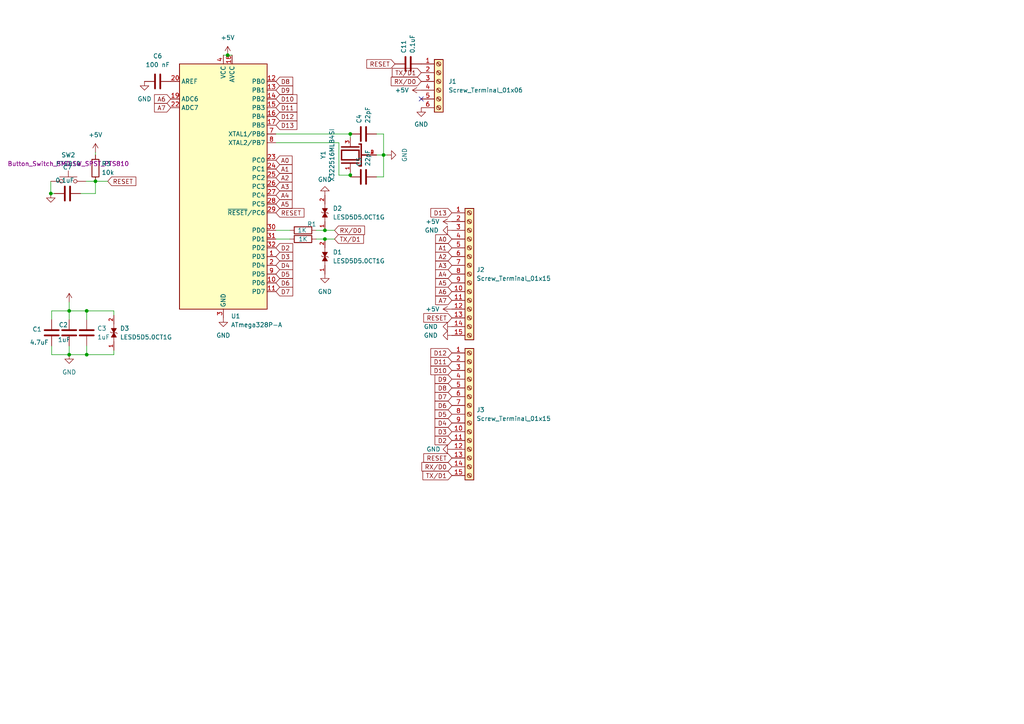
<source format=kicad_sch>
(kicad_sch
	(version 20231120)
	(generator "eeschema")
	(generator_version "8.0")
	(uuid "f60abb36-7ee5-46e1-9714-3c5ab6ab23fa")
	(paper "A4")
	(lib_symbols
		(symbol "Connector:Screw_Terminal_01x06"
			(pin_names
				(offset 1.016) hide)
			(exclude_from_sim no)
			(in_bom yes)
			(on_board yes)
			(property "Reference" "J"
				(at 0 7.62 0)
				(effects
					(font
						(size 1.27 1.27)
					)
				)
			)
			(property "Value" "Screw_Terminal_01x06"
				(at 0 -10.16 0)
				(effects
					(font
						(size 1.27 1.27)
					)
				)
			)
			(property "Footprint" ""
				(at 0 0 0)
				(effects
					(font
						(size 1.27 1.27)
					)
					(hide yes)
				)
			)
			(property "Datasheet" "~"
				(at 0 0 0)
				(effects
					(font
						(size 1.27 1.27)
					)
					(hide yes)
				)
			)
			(property "Description" "Generic screw terminal, single row, 01x06, script generated (kicad-library-utils/schlib/autogen/connector/)"
				(at 0 0 0)
				(effects
					(font
						(size 1.27 1.27)
					)
					(hide yes)
				)
			)
			(property "ki_keywords" "screw terminal"
				(at 0 0 0)
				(effects
					(font
						(size 1.27 1.27)
					)
					(hide yes)
				)
			)
			(property "ki_fp_filters" "TerminalBlock*:*"
				(at 0 0 0)
				(effects
					(font
						(size 1.27 1.27)
					)
					(hide yes)
				)
			)
			(symbol "Screw_Terminal_01x06_1_1"
				(rectangle
					(start -1.27 6.35)
					(end 1.27 -8.89)
					(stroke
						(width 0.254)
						(type default)
					)
					(fill
						(type background)
					)
				)
				(circle
					(center 0 -7.62)
					(radius 0.635)
					(stroke
						(width 0.1524)
						(type default)
					)
					(fill
						(type none)
					)
				)
				(circle
					(center 0 -5.08)
					(radius 0.635)
					(stroke
						(width 0.1524)
						(type default)
					)
					(fill
						(type none)
					)
				)
				(circle
					(center 0 -2.54)
					(radius 0.635)
					(stroke
						(width 0.1524)
						(type default)
					)
					(fill
						(type none)
					)
				)
				(polyline
					(pts
						(xy -0.5334 -7.2898) (xy 0.3302 -8.128)
					)
					(stroke
						(width 0.1524)
						(type default)
					)
					(fill
						(type none)
					)
				)
				(polyline
					(pts
						(xy -0.5334 -4.7498) (xy 0.3302 -5.588)
					)
					(stroke
						(width 0.1524)
						(type default)
					)
					(fill
						(type none)
					)
				)
				(polyline
					(pts
						(xy -0.5334 -2.2098) (xy 0.3302 -3.048)
					)
					(stroke
						(width 0.1524)
						(type default)
					)
					(fill
						(type none)
					)
				)
				(polyline
					(pts
						(xy -0.5334 0.3302) (xy 0.3302 -0.508)
					)
					(stroke
						(width 0.1524)
						(type default)
					)
					(fill
						(type none)
					)
				)
				(polyline
					(pts
						(xy -0.5334 2.8702) (xy 0.3302 2.032)
					)
					(stroke
						(width 0.1524)
						(type default)
					)
					(fill
						(type none)
					)
				)
				(polyline
					(pts
						(xy -0.5334 5.4102) (xy 0.3302 4.572)
					)
					(stroke
						(width 0.1524)
						(type default)
					)
					(fill
						(type none)
					)
				)
				(polyline
					(pts
						(xy -0.3556 -7.112) (xy 0.508 -7.9502)
					)
					(stroke
						(width 0.1524)
						(type default)
					)
					(fill
						(type none)
					)
				)
				(polyline
					(pts
						(xy -0.3556 -4.572) (xy 0.508 -5.4102)
					)
					(stroke
						(width 0.1524)
						(type default)
					)
					(fill
						(type none)
					)
				)
				(polyline
					(pts
						(xy -0.3556 -2.032) (xy 0.508 -2.8702)
					)
					(stroke
						(width 0.1524)
						(type default)
					)
					(fill
						(type none)
					)
				)
				(polyline
					(pts
						(xy -0.3556 0.508) (xy 0.508 -0.3302)
					)
					(stroke
						(width 0.1524)
						(type default)
					)
					(fill
						(type none)
					)
				)
				(polyline
					(pts
						(xy -0.3556 3.048) (xy 0.508 2.2098)
					)
					(stroke
						(width 0.1524)
						(type default)
					)
					(fill
						(type none)
					)
				)
				(polyline
					(pts
						(xy -0.3556 5.588) (xy 0.508 4.7498)
					)
					(stroke
						(width 0.1524)
						(type default)
					)
					(fill
						(type none)
					)
				)
				(circle
					(center 0 0)
					(radius 0.635)
					(stroke
						(width 0.1524)
						(type default)
					)
					(fill
						(type none)
					)
				)
				(circle
					(center 0 2.54)
					(radius 0.635)
					(stroke
						(width 0.1524)
						(type default)
					)
					(fill
						(type none)
					)
				)
				(circle
					(center 0 5.08)
					(radius 0.635)
					(stroke
						(width 0.1524)
						(type default)
					)
					(fill
						(type none)
					)
				)
				(pin passive line
					(at -5.08 5.08 0)
					(length 3.81)
					(name "Pin_1"
						(effects
							(font
								(size 1.27 1.27)
							)
						)
					)
					(number "1"
						(effects
							(font
								(size 1.27 1.27)
							)
						)
					)
				)
				(pin passive line
					(at -5.08 2.54 0)
					(length 3.81)
					(name "Pin_2"
						(effects
							(font
								(size 1.27 1.27)
							)
						)
					)
					(number "2"
						(effects
							(font
								(size 1.27 1.27)
							)
						)
					)
				)
				(pin passive line
					(at -5.08 0 0)
					(length 3.81)
					(name "Pin_3"
						(effects
							(font
								(size 1.27 1.27)
							)
						)
					)
					(number "3"
						(effects
							(font
								(size 1.27 1.27)
							)
						)
					)
				)
				(pin passive line
					(at -5.08 -2.54 0)
					(length 3.81)
					(name "Pin_4"
						(effects
							(font
								(size 1.27 1.27)
							)
						)
					)
					(number "4"
						(effects
							(font
								(size 1.27 1.27)
							)
						)
					)
				)
				(pin passive line
					(at -5.08 -5.08 0)
					(length 3.81)
					(name "Pin_5"
						(effects
							(font
								(size 1.27 1.27)
							)
						)
					)
					(number "5"
						(effects
							(font
								(size 1.27 1.27)
							)
						)
					)
				)
				(pin passive line
					(at -5.08 -7.62 0)
					(length 3.81)
					(name "Pin_6"
						(effects
							(font
								(size 1.27 1.27)
							)
						)
					)
					(number "6"
						(effects
							(font
								(size 1.27 1.27)
							)
						)
					)
				)
			)
		)
		(symbol "Connector:Screw_Terminal_01x15"
			(pin_names
				(offset 1.016) hide)
			(exclude_from_sim no)
			(in_bom yes)
			(on_board yes)
			(property "Reference" "J"
				(at 0 20.32 0)
				(effects
					(font
						(size 1.27 1.27)
					)
				)
			)
			(property "Value" "Screw_Terminal_01x15"
				(at 0 -20.32 0)
				(effects
					(font
						(size 1.27 1.27)
					)
				)
			)
			(property "Footprint" ""
				(at 0 0 0)
				(effects
					(font
						(size 1.27 1.27)
					)
					(hide yes)
				)
			)
			(property "Datasheet" "~"
				(at 0 0 0)
				(effects
					(font
						(size 1.27 1.27)
					)
					(hide yes)
				)
			)
			(property "Description" "Generic screw terminal, single row, 01x15, script generated (kicad-library-utils/schlib/autogen/connector/)"
				(at 0 0 0)
				(effects
					(font
						(size 1.27 1.27)
					)
					(hide yes)
				)
			)
			(property "ki_keywords" "screw terminal"
				(at 0 0 0)
				(effects
					(font
						(size 1.27 1.27)
					)
					(hide yes)
				)
			)
			(property "ki_fp_filters" "TerminalBlock*:*"
				(at 0 0 0)
				(effects
					(font
						(size 1.27 1.27)
					)
					(hide yes)
				)
			)
			(symbol "Screw_Terminal_01x15_1_1"
				(rectangle
					(start -1.27 19.05)
					(end 1.27 -19.05)
					(stroke
						(width 0.254)
						(type default)
					)
					(fill
						(type background)
					)
				)
				(circle
					(center 0 -17.78)
					(radius 0.635)
					(stroke
						(width 0.1524)
						(type default)
					)
					(fill
						(type none)
					)
				)
				(circle
					(center 0 -15.24)
					(radius 0.635)
					(stroke
						(width 0.1524)
						(type default)
					)
					(fill
						(type none)
					)
				)
				(circle
					(center 0 -12.7)
					(radius 0.635)
					(stroke
						(width 0.1524)
						(type default)
					)
					(fill
						(type none)
					)
				)
				(circle
					(center 0 -10.16)
					(radius 0.635)
					(stroke
						(width 0.1524)
						(type default)
					)
					(fill
						(type none)
					)
				)
				(circle
					(center 0 -7.62)
					(radius 0.635)
					(stroke
						(width 0.1524)
						(type default)
					)
					(fill
						(type none)
					)
				)
				(circle
					(center 0 -5.08)
					(radius 0.635)
					(stroke
						(width 0.1524)
						(type default)
					)
					(fill
						(type none)
					)
				)
				(circle
					(center 0 -2.54)
					(radius 0.635)
					(stroke
						(width 0.1524)
						(type default)
					)
					(fill
						(type none)
					)
				)
				(polyline
					(pts
						(xy -0.5334 -17.4498) (xy 0.3302 -18.288)
					)
					(stroke
						(width 0.1524)
						(type default)
					)
					(fill
						(type none)
					)
				)
				(polyline
					(pts
						(xy -0.5334 -14.9098) (xy 0.3302 -15.748)
					)
					(stroke
						(width 0.1524)
						(type default)
					)
					(fill
						(type none)
					)
				)
				(polyline
					(pts
						(xy -0.5334 -12.3698) (xy 0.3302 -13.208)
					)
					(stroke
						(width 0.1524)
						(type default)
					)
					(fill
						(type none)
					)
				)
				(polyline
					(pts
						(xy -0.5334 -9.8298) (xy 0.3302 -10.668)
					)
					(stroke
						(width 0.1524)
						(type default)
					)
					(fill
						(type none)
					)
				)
				(polyline
					(pts
						(xy -0.5334 -7.2898) (xy 0.3302 -8.128)
					)
					(stroke
						(width 0.1524)
						(type default)
					)
					(fill
						(type none)
					)
				)
				(polyline
					(pts
						(xy -0.5334 -4.7498) (xy 0.3302 -5.588)
					)
					(stroke
						(width 0.1524)
						(type default)
					)
					(fill
						(type none)
					)
				)
				(polyline
					(pts
						(xy -0.5334 -2.2098) (xy 0.3302 -3.048)
					)
					(stroke
						(width 0.1524)
						(type default)
					)
					(fill
						(type none)
					)
				)
				(polyline
					(pts
						(xy -0.5334 0.3302) (xy 0.3302 -0.508)
					)
					(stroke
						(width 0.1524)
						(type default)
					)
					(fill
						(type none)
					)
				)
				(polyline
					(pts
						(xy -0.5334 2.8702) (xy 0.3302 2.032)
					)
					(stroke
						(width 0.1524)
						(type default)
					)
					(fill
						(type none)
					)
				)
				(polyline
					(pts
						(xy -0.5334 5.4102) (xy 0.3302 4.572)
					)
					(stroke
						(width 0.1524)
						(type default)
					)
					(fill
						(type none)
					)
				)
				(polyline
					(pts
						(xy -0.5334 7.9502) (xy 0.3302 7.112)
					)
					(stroke
						(width 0.1524)
						(type default)
					)
					(fill
						(type none)
					)
				)
				(polyline
					(pts
						(xy -0.5334 10.4902) (xy 0.3302 9.652)
					)
					(stroke
						(width 0.1524)
						(type default)
					)
					(fill
						(type none)
					)
				)
				(polyline
					(pts
						(xy -0.5334 13.0302) (xy 0.3302 12.192)
					)
					(stroke
						(width 0.1524)
						(type default)
					)
					(fill
						(type none)
					)
				)
				(polyline
					(pts
						(xy -0.5334 15.5702) (xy 0.3302 14.732)
					)
					(stroke
						(width 0.1524)
						(type default)
					)
					(fill
						(type none)
					)
				)
				(polyline
					(pts
						(xy -0.5334 18.1102) (xy 0.3302 17.272)
					)
					(stroke
						(width 0.1524)
						(type default)
					)
					(fill
						(type none)
					)
				)
				(polyline
					(pts
						(xy -0.3556 -17.272) (xy 0.508 -18.1102)
					)
					(stroke
						(width 0.1524)
						(type default)
					)
					(fill
						(type none)
					)
				)
				(polyline
					(pts
						(xy -0.3556 -14.732) (xy 0.508 -15.5702)
					)
					(stroke
						(width 0.1524)
						(type default)
					)
					(fill
						(type none)
					)
				)
				(polyline
					(pts
						(xy -0.3556 -12.192) (xy 0.508 -13.0302)
					)
					(stroke
						(width 0.1524)
						(type default)
					)
					(fill
						(type none)
					)
				)
				(polyline
					(pts
						(xy -0.3556 -9.652) (xy 0.508 -10.4902)
					)
					(stroke
						(width 0.1524)
						(type default)
					)
					(fill
						(type none)
					)
				)
				(polyline
					(pts
						(xy -0.3556 -7.112) (xy 0.508 -7.9502)
					)
					(stroke
						(width 0.1524)
						(type default)
					)
					(fill
						(type none)
					)
				)
				(polyline
					(pts
						(xy -0.3556 -4.572) (xy 0.508 -5.4102)
					)
					(stroke
						(width 0.1524)
						(type default)
					)
					(fill
						(type none)
					)
				)
				(polyline
					(pts
						(xy -0.3556 -2.032) (xy 0.508 -2.8702)
					)
					(stroke
						(width 0.1524)
						(type default)
					)
					(fill
						(type none)
					)
				)
				(polyline
					(pts
						(xy -0.3556 0.508) (xy 0.508 -0.3302)
					)
					(stroke
						(width 0.1524)
						(type default)
					)
					(fill
						(type none)
					)
				)
				(polyline
					(pts
						(xy -0.3556 3.048) (xy 0.508 2.2098)
					)
					(stroke
						(width 0.1524)
						(type default)
					)
					(fill
						(type none)
					)
				)
				(polyline
					(pts
						(xy -0.3556 5.588) (xy 0.508 4.7498)
					)
					(stroke
						(width 0.1524)
						(type default)
					)
					(fill
						(type none)
					)
				)
				(polyline
					(pts
						(xy -0.3556 8.128) (xy 0.508 7.2898)
					)
					(stroke
						(width 0.1524)
						(type default)
					)
					(fill
						(type none)
					)
				)
				(polyline
					(pts
						(xy -0.3556 10.668) (xy 0.508 9.8298)
					)
					(stroke
						(width 0.1524)
						(type default)
					)
					(fill
						(type none)
					)
				)
				(polyline
					(pts
						(xy -0.3556 13.208) (xy 0.508 12.3698)
					)
					(stroke
						(width 0.1524)
						(type default)
					)
					(fill
						(type none)
					)
				)
				(polyline
					(pts
						(xy -0.3556 15.748) (xy 0.508 14.9098)
					)
					(stroke
						(width 0.1524)
						(type default)
					)
					(fill
						(type none)
					)
				)
				(polyline
					(pts
						(xy -0.3556 18.288) (xy 0.508 17.4498)
					)
					(stroke
						(width 0.1524)
						(type default)
					)
					(fill
						(type none)
					)
				)
				(circle
					(center 0 0)
					(radius 0.635)
					(stroke
						(width 0.1524)
						(type default)
					)
					(fill
						(type none)
					)
				)
				(circle
					(center 0 2.54)
					(radius 0.635)
					(stroke
						(width 0.1524)
						(type default)
					)
					(fill
						(type none)
					)
				)
				(circle
					(center 0 5.08)
					(radius 0.635)
					(stroke
						(width 0.1524)
						(type default)
					)
					(fill
						(type none)
					)
				)
				(circle
					(center 0 7.62)
					(radius 0.635)
					(stroke
						(width 0.1524)
						(type default)
					)
					(fill
						(type none)
					)
				)
				(circle
					(center 0 10.16)
					(radius 0.635)
					(stroke
						(width 0.1524)
						(type default)
					)
					(fill
						(type none)
					)
				)
				(circle
					(center 0 12.7)
					(radius 0.635)
					(stroke
						(width 0.1524)
						(type default)
					)
					(fill
						(type none)
					)
				)
				(circle
					(center 0 15.24)
					(radius 0.635)
					(stroke
						(width 0.1524)
						(type default)
					)
					(fill
						(type none)
					)
				)
				(circle
					(center 0 17.78)
					(radius 0.635)
					(stroke
						(width 0.1524)
						(type default)
					)
					(fill
						(type none)
					)
				)
				(pin passive line
					(at -5.08 17.78 0)
					(length 3.81)
					(name "Pin_1"
						(effects
							(font
								(size 1.27 1.27)
							)
						)
					)
					(number "1"
						(effects
							(font
								(size 1.27 1.27)
							)
						)
					)
				)
				(pin passive line
					(at -5.08 -5.08 0)
					(length 3.81)
					(name "Pin_10"
						(effects
							(font
								(size 1.27 1.27)
							)
						)
					)
					(number "10"
						(effects
							(font
								(size 1.27 1.27)
							)
						)
					)
				)
				(pin passive line
					(at -5.08 -7.62 0)
					(length 3.81)
					(name "Pin_11"
						(effects
							(font
								(size 1.27 1.27)
							)
						)
					)
					(number "11"
						(effects
							(font
								(size 1.27 1.27)
							)
						)
					)
				)
				(pin passive line
					(at -5.08 -10.16 0)
					(length 3.81)
					(name "Pin_12"
						(effects
							(font
								(size 1.27 1.27)
							)
						)
					)
					(number "12"
						(effects
							(font
								(size 1.27 1.27)
							)
						)
					)
				)
				(pin passive line
					(at -5.08 -12.7 0)
					(length 3.81)
					(name "Pin_13"
						(effects
							(font
								(size 1.27 1.27)
							)
						)
					)
					(number "13"
						(effects
							(font
								(size 1.27 1.27)
							)
						)
					)
				)
				(pin passive line
					(at -5.08 -15.24 0)
					(length 3.81)
					(name "Pin_14"
						(effects
							(font
								(size 1.27 1.27)
							)
						)
					)
					(number "14"
						(effects
							(font
								(size 1.27 1.27)
							)
						)
					)
				)
				(pin passive line
					(at -5.08 -17.78 0)
					(length 3.81)
					(name "Pin_15"
						(effects
							(font
								(size 1.27 1.27)
							)
						)
					)
					(number "15"
						(effects
							(font
								(size 1.27 1.27)
							)
						)
					)
				)
				(pin passive line
					(at -5.08 15.24 0)
					(length 3.81)
					(name "Pin_2"
						(effects
							(font
								(size 1.27 1.27)
							)
						)
					)
					(number "2"
						(effects
							(font
								(size 1.27 1.27)
							)
						)
					)
				)
				(pin passive line
					(at -5.08 12.7 0)
					(length 3.81)
					(name "Pin_3"
						(effects
							(font
								(size 1.27 1.27)
							)
						)
					)
					(number "3"
						(effects
							(font
								(size 1.27 1.27)
							)
						)
					)
				)
				(pin passive line
					(at -5.08 10.16 0)
					(length 3.81)
					(name "Pin_4"
						(effects
							(font
								(size 1.27 1.27)
							)
						)
					)
					(number "4"
						(effects
							(font
								(size 1.27 1.27)
							)
						)
					)
				)
				(pin passive line
					(at -5.08 7.62 0)
					(length 3.81)
					(name "Pin_5"
						(effects
							(font
								(size 1.27 1.27)
							)
						)
					)
					(number "5"
						(effects
							(font
								(size 1.27 1.27)
							)
						)
					)
				)
				(pin passive line
					(at -5.08 5.08 0)
					(length 3.81)
					(name "Pin_6"
						(effects
							(font
								(size 1.27 1.27)
							)
						)
					)
					(number "6"
						(effects
							(font
								(size 1.27 1.27)
							)
						)
					)
				)
				(pin passive line
					(at -5.08 2.54 0)
					(length 3.81)
					(name "Pin_7"
						(effects
							(font
								(size 1.27 1.27)
							)
						)
					)
					(number "7"
						(effects
							(font
								(size 1.27 1.27)
							)
						)
					)
				)
				(pin passive line
					(at -5.08 0 0)
					(length 3.81)
					(name "Pin_8"
						(effects
							(font
								(size 1.27 1.27)
							)
						)
					)
					(number "8"
						(effects
							(font
								(size 1.27 1.27)
							)
						)
					)
				)
				(pin passive line
					(at -5.08 -2.54 0)
					(length 3.81)
					(name "Pin_9"
						(effects
							(font
								(size 1.27 1.27)
							)
						)
					)
					(number "9"
						(effects
							(font
								(size 1.27 1.27)
							)
						)
					)
				)
			)
		)
		(symbol "Device:C"
			(pin_numbers hide)
			(pin_names
				(offset 0.254)
			)
			(exclude_from_sim no)
			(in_bom yes)
			(on_board yes)
			(property "Reference" "C"
				(at 0.635 2.54 0)
				(effects
					(font
						(size 1.27 1.27)
					)
					(justify left)
				)
			)
			(property "Value" "C"
				(at 0.635 -2.54 0)
				(effects
					(font
						(size 1.27 1.27)
					)
					(justify left)
				)
			)
			(property "Footprint" ""
				(at 0.9652 -3.81 0)
				(effects
					(font
						(size 1.27 1.27)
					)
					(hide yes)
				)
			)
			(property "Datasheet" "~"
				(at 0 0 0)
				(effects
					(font
						(size 1.27 1.27)
					)
					(hide yes)
				)
			)
			(property "Description" "Unpolarized capacitor"
				(at 0 0 0)
				(effects
					(font
						(size 1.27 1.27)
					)
					(hide yes)
				)
			)
			(property "ki_keywords" "cap capacitor"
				(at 0 0 0)
				(effects
					(font
						(size 1.27 1.27)
					)
					(hide yes)
				)
			)
			(property "ki_fp_filters" "C_*"
				(at 0 0 0)
				(effects
					(font
						(size 1.27 1.27)
					)
					(hide yes)
				)
			)
			(symbol "C_0_1"
				(polyline
					(pts
						(xy -2.032 -0.762) (xy 2.032 -0.762)
					)
					(stroke
						(width 0.508)
						(type default)
					)
					(fill
						(type none)
					)
				)
				(polyline
					(pts
						(xy -2.032 0.762) (xy 2.032 0.762)
					)
					(stroke
						(width 0.508)
						(type default)
					)
					(fill
						(type none)
					)
				)
			)
			(symbol "C_1_1"
				(pin passive line
					(at 0 3.81 270)
					(length 2.794)
					(name "~"
						(effects
							(font
								(size 1.27 1.27)
							)
						)
					)
					(number "1"
						(effects
							(font
								(size 1.27 1.27)
							)
						)
					)
				)
				(pin passive line
					(at 0 -3.81 90)
					(length 2.794)
					(name "~"
						(effects
							(font
								(size 1.27 1.27)
							)
						)
					)
					(number "2"
						(effects
							(font
								(size 1.27 1.27)
							)
						)
					)
				)
			)
		)
		(symbol "Device:R"
			(pin_numbers hide)
			(pin_names
				(offset 0)
			)
			(exclude_from_sim no)
			(in_bom yes)
			(on_board yes)
			(property "Reference" "R"
				(at 2.032 0 90)
				(effects
					(font
						(size 1.27 1.27)
					)
				)
			)
			(property "Value" "R"
				(at 0 0 90)
				(effects
					(font
						(size 1.27 1.27)
					)
				)
			)
			(property "Footprint" ""
				(at -1.778 0 90)
				(effects
					(font
						(size 1.27 1.27)
					)
					(hide yes)
				)
			)
			(property "Datasheet" "~"
				(at 0 0 0)
				(effects
					(font
						(size 1.27 1.27)
					)
					(hide yes)
				)
			)
			(property "Description" "Resistor"
				(at 0 0 0)
				(effects
					(font
						(size 1.27 1.27)
					)
					(hide yes)
				)
			)
			(property "ki_keywords" "R res resistor"
				(at 0 0 0)
				(effects
					(font
						(size 1.27 1.27)
					)
					(hide yes)
				)
			)
			(property "ki_fp_filters" "R_*"
				(at 0 0 0)
				(effects
					(font
						(size 1.27 1.27)
					)
					(hide yes)
				)
			)
			(symbol "R_0_1"
				(rectangle
					(start -1.016 -2.54)
					(end 1.016 2.54)
					(stroke
						(width 0.254)
						(type default)
					)
					(fill
						(type none)
					)
				)
			)
			(symbol "R_1_1"
				(pin passive line
					(at 0 3.81 270)
					(length 1.27)
					(name "~"
						(effects
							(font
								(size 1.27 1.27)
							)
						)
					)
					(number "1"
						(effects
							(font
								(size 1.27 1.27)
							)
						)
					)
				)
				(pin passive line
					(at 0 -3.81 90)
					(length 1.27)
					(name "~"
						(effects
							(font
								(size 1.27 1.27)
							)
						)
					)
					(number "2"
						(effects
							(font
								(size 1.27 1.27)
							)
						)
					)
				)
			)
		)
		(symbol "LESD5D5.0CT1G:LESD5D5.0CT1G"
			(pin_names
				(offset 1.016)
			)
			(exclude_from_sim no)
			(in_bom yes)
			(on_board yes)
			(property "Reference" "D"
				(at -5.08 2.54 0)
				(effects
					(font
						(size 1.27 1.27)
					)
					(justify left bottom)
				)
			)
			(property "Value" "LESD5D5.0CT1G"
				(at -5.08 -5.08 0)
				(effects
					(font
						(size 1.27 1.27)
					)
					(justify left bottom)
				)
			)
			(property "Footprint" "LESD5D5.0CT1G:TVS_LESD5D5.0CT1G"
				(at 0 0 0)
				(effects
					(font
						(size 1.27 1.27)
					)
					(justify bottom)
					(hide yes)
				)
			)
			(property "Datasheet" ""
				(at 0 0 0)
				(effects
					(font
						(size 1.27 1.27)
					)
					(hide yes)
				)
			)
			(property "Description" "\nTransient Voltage Suppressors for ESD Protection\n"
				(at 0 0 0)
				(effects
					(font
						(size 1.27 1.27)
					)
					(justify bottom)
					(hide yes)
				)
			)
			(property "MF" "Leshan Radio Co."
				(at 0 0 0)
				(effects
					(font
						(size 1.27 1.27)
					)
					(justify bottom)
					(hide yes)
				)
			)
			(property "MAXIMUM_PACKAGE_HEIGHT" "0.7 mm"
				(at 0 0 0)
				(effects
					(font
						(size 1.27 1.27)
					)
					(justify bottom)
					(hide yes)
				)
			)
			(property "Package" "None"
				(at 0 0 0)
				(effects
					(font
						(size 1.27 1.27)
					)
					(justify bottom)
					(hide yes)
				)
			)
			(property "Price" "None"
				(at 0 0 0)
				(effects
					(font
						(size 1.27 1.27)
					)
					(justify bottom)
					(hide yes)
				)
			)
			(property "Check_prices" "https://www.snapeda.com/parts/LESD5D5.0CT1G/Leshan+Radio+Co./view-part/?ref=eda"
				(at 0 0 0)
				(effects
					(font
						(size 1.27 1.27)
					)
					(justify bottom)
					(hide yes)
				)
			)
			(property "STANDARD" "Manufacturer Recommendations"
				(at 0 0 0)
				(effects
					(font
						(size 1.27 1.27)
					)
					(justify bottom)
					(hide yes)
				)
			)
			(property "PARTREV" "O"
				(at 0 0 0)
				(effects
					(font
						(size 1.27 1.27)
					)
					(justify bottom)
					(hide yes)
				)
			)
			(property "SnapEDA_Link" "https://www.snapeda.com/parts/LESD5D5.0CT1G/Leshan+Radio+Co./view-part/?ref=snap"
				(at 0 0 0)
				(effects
					(font
						(size 1.27 1.27)
					)
					(justify bottom)
					(hide yes)
				)
			)
			(property "MP" "LESD5D5.0CT1G"
				(at 0 0 0)
				(effects
					(font
						(size 1.27 1.27)
					)
					(justify bottom)
					(hide yes)
				)
			)
			(property "Availability" "Not in stock"
				(at 0 0 0)
				(effects
					(font
						(size 1.27 1.27)
					)
					(justify bottom)
					(hide yes)
				)
			)
			(property "MANUFACTURER" "LRC"
				(at 0 0 0)
				(effects
					(font
						(size 1.27 1.27)
					)
					(justify bottom)
					(hide yes)
				)
			)
			(symbol "LESD5D5.0CT1G_0_0"
				(polyline
					(pts
						(xy -1.27 0) (xy -2.54 0)
					)
					(stroke
						(width 0.1524)
						(type default)
					)
					(fill
						(type none)
					)
				)
				(polyline
					(pts
						(xy 0 -0.762) (xy -0.254 -1.016)
					)
					(stroke
						(width 0.1524)
						(type default)
					)
					(fill
						(type none)
					)
				)
				(polyline
					(pts
						(xy 0 -0.762) (xy 0 0.762)
					)
					(stroke
						(width 0.1524)
						(type default)
					)
					(fill
						(type none)
					)
				)
				(polyline
					(pts
						(xy 0 0.762) (xy 0.254 1.016)
					)
					(stroke
						(width 0.1524)
						(type default)
					)
					(fill
						(type none)
					)
				)
				(polyline
					(pts
						(xy 1.27 0) (xy 2.54 0)
					)
					(stroke
						(width 0.1524)
						(type default)
					)
					(fill
						(type none)
					)
				)
				(polyline
					(pts
						(xy 0 0) (xy -1.27 -0.762) (xy -1.27 0.762) (xy 0 0)
					)
					(stroke
						(width 0.1524)
						(type default)
					)
					(fill
						(type outline)
					)
				)
				(polyline
					(pts
						(xy 0 0) (xy 1.27 0.762) (xy 1.27 -0.762) (xy 0 0)
					)
					(stroke
						(width 0.1524)
						(type default)
					)
					(fill
						(type outline)
					)
				)
				(pin passive line
					(at -5.08 0 0)
					(length 2.54)
					(name "~"
						(effects
							(font
								(size 1.016 1.016)
							)
						)
					)
					(number "1"
						(effects
							(font
								(size 1.016 1.016)
							)
						)
					)
				)
				(pin passive line
					(at 5.08 0 180)
					(length 2.54)
					(name "~"
						(effects
							(font
								(size 1.016 1.016)
							)
						)
					)
					(number "2"
						(effects
							(font
								(size 1.016 1.016)
							)
						)
					)
				)
			)
		)
		(symbol "MCU_Microchip_ATmega:ATmega328P-A"
			(exclude_from_sim no)
			(in_bom yes)
			(on_board yes)
			(property "Reference" "U"
				(at -12.7 36.83 0)
				(effects
					(font
						(size 1.27 1.27)
					)
					(justify left bottom)
				)
			)
			(property "Value" "ATmega328P-A"
				(at 2.54 -36.83 0)
				(effects
					(font
						(size 1.27 1.27)
					)
					(justify left top)
				)
			)
			(property "Footprint" "Package_QFP:TQFP-32_7x7mm_P0.8mm"
				(at 0 0 0)
				(effects
					(font
						(size 1.27 1.27)
						(italic yes)
					)
					(hide yes)
				)
			)
			(property "Datasheet" "http://ww1.microchip.com/downloads/en/DeviceDoc/ATmega328_P%20AVR%20MCU%20with%20picoPower%20Technology%20Data%20Sheet%2040001984A.pdf"
				(at 0 0 0)
				(effects
					(font
						(size 1.27 1.27)
					)
					(hide yes)
				)
			)
			(property "Description" "20MHz, 32kB Flash, 2kB SRAM, 1kB EEPROM, TQFP-32"
				(at 0 0 0)
				(effects
					(font
						(size 1.27 1.27)
					)
					(hide yes)
				)
			)
			(property "ki_keywords" "AVR 8bit Microcontroller MegaAVR PicoPower"
				(at 0 0 0)
				(effects
					(font
						(size 1.27 1.27)
					)
					(hide yes)
				)
			)
			(property "ki_fp_filters" "TQFP*7x7mm*P0.8mm*"
				(at 0 0 0)
				(effects
					(font
						(size 1.27 1.27)
					)
					(hide yes)
				)
			)
			(symbol "ATmega328P-A_0_1"
				(rectangle
					(start -12.7 -35.56)
					(end 12.7 35.56)
					(stroke
						(width 0.254)
						(type default)
					)
					(fill
						(type background)
					)
				)
			)
			(symbol "ATmega328P-A_1_1"
				(pin bidirectional line
					(at 15.24 -20.32 180)
					(length 2.54)
					(name "PD3"
						(effects
							(font
								(size 1.27 1.27)
							)
						)
					)
					(number "1"
						(effects
							(font
								(size 1.27 1.27)
							)
						)
					)
				)
				(pin bidirectional line
					(at 15.24 -27.94 180)
					(length 2.54)
					(name "PD6"
						(effects
							(font
								(size 1.27 1.27)
							)
						)
					)
					(number "10"
						(effects
							(font
								(size 1.27 1.27)
							)
						)
					)
				)
				(pin bidirectional line
					(at 15.24 -30.48 180)
					(length 2.54)
					(name "PD7"
						(effects
							(font
								(size 1.27 1.27)
							)
						)
					)
					(number "11"
						(effects
							(font
								(size 1.27 1.27)
							)
						)
					)
				)
				(pin bidirectional line
					(at 15.24 30.48 180)
					(length 2.54)
					(name "PB0"
						(effects
							(font
								(size 1.27 1.27)
							)
						)
					)
					(number "12"
						(effects
							(font
								(size 1.27 1.27)
							)
						)
					)
				)
				(pin bidirectional line
					(at 15.24 27.94 180)
					(length 2.54)
					(name "PB1"
						(effects
							(font
								(size 1.27 1.27)
							)
						)
					)
					(number "13"
						(effects
							(font
								(size 1.27 1.27)
							)
						)
					)
				)
				(pin bidirectional line
					(at 15.24 25.4 180)
					(length 2.54)
					(name "PB2"
						(effects
							(font
								(size 1.27 1.27)
							)
						)
					)
					(number "14"
						(effects
							(font
								(size 1.27 1.27)
							)
						)
					)
				)
				(pin bidirectional line
					(at 15.24 22.86 180)
					(length 2.54)
					(name "PB3"
						(effects
							(font
								(size 1.27 1.27)
							)
						)
					)
					(number "15"
						(effects
							(font
								(size 1.27 1.27)
							)
						)
					)
				)
				(pin bidirectional line
					(at 15.24 20.32 180)
					(length 2.54)
					(name "PB4"
						(effects
							(font
								(size 1.27 1.27)
							)
						)
					)
					(number "16"
						(effects
							(font
								(size 1.27 1.27)
							)
						)
					)
				)
				(pin bidirectional line
					(at 15.24 17.78 180)
					(length 2.54)
					(name "PB5"
						(effects
							(font
								(size 1.27 1.27)
							)
						)
					)
					(number "17"
						(effects
							(font
								(size 1.27 1.27)
							)
						)
					)
				)
				(pin power_in line
					(at 2.54 38.1 270)
					(length 2.54)
					(name "AVCC"
						(effects
							(font
								(size 1.27 1.27)
							)
						)
					)
					(number "18"
						(effects
							(font
								(size 1.27 1.27)
							)
						)
					)
				)
				(pin input line
					(at -15.24 25.4 0)
					(length 2.54)
					(name "ADC6"
						(effects
							(font
								(size 1.27 1.27)
							)
						)
					)
					(number "19"
						(effects
							(font
								(size 1.27 1.27)
							)
						)
					)
				)
				(pin bidirectional line
					(at 15.24 -22.86 180)
					(length 2.54)
					(name "PD4"
						(effects
							(font
								(size 1.27 1.27)
							)
						)
					)
					(number "2"
						(effects
							(font
								(size 1.27 1.27)
							)
						)
					)
				)
				(pin passive line
					(at -15.24 30.48 0)
					(length 2.54)
					(name "AREF"
						(effects
							(font
								(size 1.27 1.27)
							)
						)
					)
					(number "20"
						(effects
							(font
								(size 1.27 1.27)
							)
						)
					)
				)
				(pin passive line
					(at 0 -38.1 90)
					(length 2.54) hide
					(name "GND"
						(effects
							(font
								(size 1.27 1.27)
							)
						)
					)
					(number "21"
						(effects
							(font
								(size 1.27 1.27)
							)
						)
					)
				)
				(pin input line
					(at -15.24 22.86 0)
					(length 2.54)
					(name "ADC7"
						(effects
							(font
								(size 1.27 1.27)
							)
						)
					)
					(number "22"
						(effects
							(font
								(size 1.27 1.27)
							)
						)
					)
				)
				(pin bidirectional line
					(at 15.24 7.62 180)
					(length 2.54)
					(name "PC0"
						(effects
							(font
								(size 1.27 1.27)
							)
						)
					)
					(number "23"
						(effects
							(font
								(size 1.27 1.27)
							)
						)
					)
				)
				(pin bidirectional line
					(at 15.24 5.08 180)
					(length 2.54)
					(name "PC1"
						(effects
							(font
								(size 1.27 1.27)
							)
						)
					)
					(number "24"
						(effects
							(font
								(size 1.27 1.27)
							)
						)
					)
				)
				(pin bidirectional line
					(at 15.24 2.54 180)
					(length 2.54)
					(name "PC2"
						(effects
							(font
								(size 1.27 1.27)
							)
						)
					)
					(number "25"
						(effects
							(font
								(size 1.27 1.27)
							)
						)
					)
				)
				(pin bidirectional line
					(at 15.24 0 180)
					(length 2.54)
					(name "PC3"
						(effects
							(font
								(size 1.27 1.27)
							)
						)
					)
					(number "26"
						(effects
							(font
								(size 1.27 1.27)
							)
						)
					)
				)
				(pin bidirectional line
					(at 15.24 -2.54 180)
					(length 2.54)
					(name "PC4"
						(effects
							(font
								(size 1.27 1.27)
							)
						)
					)
					(number "27"
						(effects
							(font
								(size 1.27 1.27)
							)
						)
					)
				)
				(pin bidirectional line
					(at 15.24 -5.08 180)
					(length 2.54)
					(name "PC5"
						(effects
							(font
								(size 1.27 1.27)
							)
						)
					)
					(number "28"
						(effects
							(font
								(size 1.27 1.27)
							)
						)
					)
				)
				(pin bidirectional line
					(at 15.24 -7.62 180)
					(length 2.54)
					(name "~{RESET}/PC6"
						(effects
							(font
								(size 1.27 1.27)
							)
						)
					)
					(number "29"
						(effects
							(font
								(size 1.27 1.27)
							)
						)
					)
				)
				(pin power_in line
					(at 0 -38.1 90)
					(length 2.54)
					(name "GND"
						(effects
							(font
								(size 1.27 1.27)
							)
						)
					)
					(number "3"
						(effects
							(font
								(size 1.27 1.27)
							)
						)
					)
				)
				(pin bidirectional line
					(at 15.24 -12.7 180)
					(length 2.54)
					(name "PD0"
						(effects
							(font
								(size 1.27 1.27)
							)
						)
					)
					(number "30"
						(effects
							(font
								(size 1.27 1.27)
							)
						)
					)
				)
				(pin bidirectional line
					(at 15.24 -15.24 180)
					(length 2.54)
					(name "PD1"
						(effects
							(font
								(size 1.27 1.27)
							)
						)
					)
					(number "31"
						(effects
							(font
								(size 1.27 1.27)
							)
						)
					)
				)
				(pin bidirectional line
					(at 15.24 -17.78 180)
					(length 2.54)
					(name "PD2"
						(effects
							(font
								(size 1.27 1.27)
							)
						)
					)
					(number "32"
						(effects
							(font
								(size 1.27 1.27)
							)
						)
					)
				)
				(pin power_in line
					(at 0 38.1 270)
					(length 2.54)
					(name "VCC"
						(effects
							(font
								(size 1.27 1.27)
							)
						)
					)
					(number "4"
						(effects
							(font
								(size 1.27 1.27)
							)
						)
					)
				)
				(pin passive line
					(at 0 -38.1 90)
					(length 2.54) hide
					(name "GND"
						(effects
							(font
								(size 1.27 1.27)
							)
						)
					)
					(number "5"
						(effects
							(font
								(size 1.27 1.27)
							)
						)
					)
				)
				(pin passive line
					(at 0 38.1 270)
					(length 2.54) hide
					(name "VCC"
						(effects
							(font
								(size 1.27 1.27)
							)
						)
					)
					(number "6"
						(effects
							(font
								(size 1.27 1.27)
							)
						)
					)
				)
				(pin bidirectional line
					(at 15.24 15.24 180)
					(length 2.54)
					(name "XTAL1/PB6"
						(effects
							(font
								(size 1.27 1.27)
							)
						)
					)
					(number "7"
						(effects
							(font
								(size 1.27 1.27)
							)
						)
					)
				)
				(pin bidirectional line
					(at 15.24 12.7 180)
					(length 2.54)
					(name "XTAL2/PB7"
						(effects
							(font
								(size 1.27 1.27)
							)
						)
					)
					(number "8"
						(effects
							(font
								(size 1.27 1.27)
							)
						)
					)
				)
				(pin bidirectional line
					(at 15.24 -25.4 180)
					(length 2.54)
					(name "PD5"
						(effects
							(font
								(size 1.27 1.27)
							)
						)
					)
					(number "9"
						(effects
							(font
								(size 1.27 1.27)
							)
						)
					)
				)
			)
		)
		(symbol "Switch:SW_Omron_B3FS"
			(pin_numbers hide)
			(pin_names
				(offset 1.016) hide)
			(exclude_from_sim no)
			(in_bom yes)
			(on_board yes)
			(property "Reference" "SW"
				(at 1.27 2.54 0)
				(effects
					(font
						(size 1.27 1.27)
					)
					(justify left)
				)
			)
			(property "Value" "SW_Omron_B3FS"
				(at 0 -1.524 0)
				(effects
					(font
						(size 1.27 1.27)
					)
				)
			)
			(property "Footprint" ""
				(at 0 5.08 0)
				(effects
					(font
						(size 1.27 1.27)
					)
					(hide yes)
				)
			)
			(property "Datasheet" "https://omronfs.omron.com/en_US/ecb/products/pdf/en-b3fs.pdf"
				(at 0 5.08 0)
				(effects
					(font
						(size 1.27 1.27)
					)
					(hide yes)
				)
			)
			(property "Description" "Omron B3FS 6x6mm single pole normally-open tactile switch"
				(at 0 0 0)
				(effects
					(font
						(size 1.27 1.27)
					)
					(hide yes)
				)
			)
			(property "ki_keywords" "switch normally-open pushbutton push-button"
				(at 0 0 0)
				(effects
					(font
						(size 1.27 1.27)
					)
					(hide yes)
				)
			)
			(property "ki_fp_filters" "SW*Omron*B3FS*"
				(at 0 0 0)
				(effects
					(font
						(size 1.27 1.27)
					)
					(hide yes)
				)
			)
			(symbol "SW_Omron_B3FS_0_1"
				(circle
					(center -2.032 0)
					(radius 0.508)
					(stroke
						(width 0)
						(type default)
					)
					(fill
						(type none)
					)
				)
				(polyline
					(pts
						(xy 0 1.27) (xy 0 3.048)
					)
					(stroke
						(width 0)
						(type default)
					)
					(fill
						(type none)
					)
				)
				(polyline
					(pts
						(xy 2.54 1.27) (xy -2.54 1.27)
					)
					(stroke
						(width 0)
						(type default)
					)
					(fill
						(type none)
					)
				)
				(circle
					(center 2.032 0)
					(radius 0.508)
					(stroke
						(width 0)
						(type default)
					)
					(fill
						(type none)
					)
				)
				(pin passive line
					(at -5.08 0 0)
					(length 2.54)
					(name "1"
						(effects
							(font
								(size 1.27 1.27)
							)
						)
					)
					(number "1"
						(effects
							(font
								(size 1.27 1.27)
							)
						)
					)
				)
				(pin passive line
					(at 5.08 0 180)
					(length 2.54)
					(name "2"
						(effects
							(font
								(size 1.27 1.27)
							)
						)
					)
					(number "2"
						(effects
							(font
								(size 1.27 1.27)
							)
						)
					)
				)
			)
		)
		(symbol "X322516MLB4SI:X322516MLB4SI"
			(pin_names
				(offset 1.016)
			)
			(exclude_from_sim no)
			(in_bom yes)
			(on_board yes)
			(property "Reference" "Y"
				(at -5.08 6.35 0)
				(effects
					(font
						(size 1.27 1.27)
					)
					(justify left bottom)
				)
			)
			(property "Value" "X322516MLB4SI"
				(at -5.08 3.81 0)
				(effects
					(font
						(size 1.27 1.27)
					)
					(justify left bottom)
				)
			)
			(property "Footprint" "X322516MLB4SI:OSC_X322516MLB4SI"
				(at 0 0 0)
				(effects
					(font
						(size 1.27 1.27)
					)
					(justify bottom)
					(hide yes)
				)
			)
			(property "Datasheet" ""
				(at 0 0 0)
				(effects
					(font
						(size 1.27 1.27)
					)
					(hide yes)
				)
			)
			(property "Description" "\nExternal dimensions: 3.2 x 2.5 x 0.8 mm.\nFrequency range: 11.0592MHz ~54MHz\n"
				(at 0 0 0)
				(effects
					(font
						(size 1.27 1.27)
					)
					(justify bottom)
					(hide yes)
				)
			)
			(property "MF" "YXC"
				(at 0 0 0)
				(effects
					(font
						(size 1.27 1.27)
					)
					(justify bottom)
					(hide yes)
				)
			)
			(property "MAXIMUM_PACKAGE_HEIGHT" "0.8 mm"
				(at 0 0 0)
				(effects
					(font
						(size 1.27 1.27)
					)
					(justify bottom)
					(hide yes)
				)
			)
			(property "Package" "Package"
				(at 0 0 0)
				(effects
					(font
						(size 1.27 1.27)
					)
					(justify bottom)
					(hide yes)
				)
			)
			(property "Price" "None"
				(at 0 0 0)
				(effects
					(font
						(size 1.27 1.27)
					)
					(justify bottom)
					(hide yes)
				)
			)
			(property "Check_prices" "https://www.snapeda.com/parts/X322516MLB4SI/YXC/view-part/?ref=eda"
				(at 0 0 0)
				(effects
					(font
						(size 1.27 1.27)
					)
					(justify bottom)
					(hide yes)
				)
			)
			(property "STANDARD" "Manufacturer Recommendations"
				(at 0 0 0)
				(effects
					(font
						(size 1.27 1.27)
					)
					(justify bottom)
					(hide yes)
				)
			)
			(property "PARTREV" "N/A"
				(at 0 0 0)
				(effects
					(font
						(size 1.27 1.27)
					)
					(justify bottom)
					(hide yes)
				)
			)
			(property "SnapEDA_Link" "https://www.snapeda.com/parts/X322516MLB4SI/YXC/view-part/?ref=snap"
				(at 0 0 0)
				(effects
					(font
						(size 1.27 1.27)
					)
					(justify bottom)
					(hide yes)
				)
			)
			(property "MP" "X322516MLB4SI"
				(at 0 0 0)
				(effects
					(font
						(size 1.27 1.27)
					)
					(justify bottom)
					(hide yes)
				)
			)
			(property "Availability" "Not in stock"
				(at 0 0 0)
				(effects
					(font
						(size 1.27 1.27)
					)
					(justify bottom)
					(hide yes)
				)
			)
			(property "MANUFACTURER" "YXC"
				(at 0 0 0)
				(effects
					(font
						(size 1.27 1.27)
					)
					(justify bottom)
					(hide yes)
				)
			)
			(symbol "X322516MLB4SI_0_0"
				(polyline
					(pts
						(xy -3.175 -3.175) (xy 0 -3.175)
					)
					(stroke
						(width 0.4064)
						(type default)
					)
					(fill
						(type none)
					)
				)
				(polyline
					(pts
						(xy -3.175 -2.54) (xy -3.175 -3.175)
					)
					(stroke
						(width 0.4064)
						(type default)
					)
					(fill
						(type none)
					)
				)
				(polyline
					(pts
						(xy -2.3368 2.54) (xy -2.3368 -2.54)
					)
					(stroke
						(width 0.4064)
						(type default)
					)
					(fill
						(type none)
					)
				)
				(polyline
					(pts
						(xy -1.397 2.54) (xy -1.397 -2.54)
					)
					(stroke
						(width 0.4064)
						(type default)
					)
					(fill
						(type none)
					)
				)
				(polyline
					(pts
						(xy -1.397 2.54) (xy 1.397 2.54)
					)
					(stroke
						(width 0.4064)
						(type default)
					)
					(fill
						(type none)
					)
				)
				(polyline
					(pts
						(xy 0 -5.08) (xy 0 -3.175)
					)
					(stroke
						(width 0.4064)
						(type default)
					)
					(fill
						(type none)
					)
				)
				(polyline
					(pts
						(xy 0 -3.175) (xy 3.175 -3.175)
					)
					(stroke
						(width 0.4064)
						(type default)
					)
					(fill
						(type none)
					)
				)
				(polyline
					(pts
						(xy 1.397 -2.54) (xy -1.397 -2.54)
					)
					(stroke
						(width 0.4064)
						(type default)
					)
					(fill
						(type none)
					)
				)
				(polyline
					(pts
						(xy 1.397 2.54) (xy 1.397 -2.54)
					)
					(stroke
						(width 0.4064)
						(type default)
					)
					(fill
						(type none)
					)
				)
				(polyline
					(pts
						(xy 2.3368 2.54) (xy 2.3368 -2.54)
					)
					(stroke
						(width 0.4064)
						(type default)
					)
					(fill
						(type none)
					)
				)
				(polyline
					(pts
						(xy 3.175 -3.175) (xy 3.175 -2.54)
					)
					(stroke
						(width 0.4064)
						(type default)
					)
					(fill
						(type none)
					)
				)
				(pin passive line
					(at -5.08 0 0)
					(length 2.54)
					(name "~"
						(effects
							(font
								(size 1.016 1.016)
							)
						)
					)
					(number "1"
						(effects
							(font
								(size 1.016 1.016)
							)
						)
					)
				)
				(pin power_in line
					(at 0 -7.62 90)
					(length 2.54)
					(name "~"
						(effects
							(font
								(size 1.016 1.016)
							)
						)
					)
					(number "2"
						(effects
							(font
								(size 1.016 1.016)
							)
						)
					)
				)
				(pin passive line
					(at 5.08 0 180)
					(length 2.54)
					(name "~"
						(effects
							(font
								(size 1.016 1.016)
							)
						)
					)
					(number "3"
						(effects
							(font
								(size 1.016 1.016)
							)
						)
					)
				)
				(pin power_in line
					(at 0 -7.62 90)
					(length 2.54)
					(name "~"
						(effects
							(font
								(size 1.016 1.016)
							)
						)
					)
					(number "4"
						(effects
							(font
								(size 1.016 1.016)
							)
						)
					)
				)
			)
		)
		(symbol "power:+5V"
			(power)
			(pin_names
				(offset 0)
			)
			(exclude_from_sim no)
			(in_bom yes)
			(on_board yes)
			(property "Reference" "#PWR"
				(at 0 -3.81 0)
				(effects
					(font
						(size 1.27 1.27)
					)
					(hide yes)
				)
			)
			(property "Value" "+5V"
				(at 0 3.556 0)
				(effects
					(font
						(size 1.27 1.27)
					)
				)
			)
			(property "Footprint" ""
				(at 0 0 0)
				(effects
					(font
						(size 1.27 1.27)
					)
					(hide yes)
				)
			)
			(property "Datasheet" ""
				(at 0 0 0)
				(effects
					(font
						(size 1.27 1.27)
					)
					(hide yes)
				)
			)
			(property "Description" "Power symbol creates a global label with name \"+5V\""
				(at 0 0 0)
				(effects
					(font
						(size 1.27 1.27)
					)
					(hide yes)
				)
			)
			(property "ki_keywords" "global power"
				(at 0 0 0)
				(effects
					(font
						(size 1.27 1.27)
					)
					(hide yes)
				)
			)
			(symbol "+5V_0_1"
				(polyline
					(pts
						(xy -0.762 1.27) (xy 0 2.54)
					)
					(stroke
						(width 0)
						(type default)
					)
					(fill
						(type none)
					)
				)
				(polyline
					(pts
						(xy 0 0) (xy 0 2.54)
					)
					(stroke
						(width 0)
						(type default)
					)
					(fill
						(type none)
					)
				)
				(polyline
					(pts
						(xy 0 2.54) (xy 0.762 1.27)
					)
					(stroke
						(width 0)
						(type default)
					)
					(fill
						(type none)
					)
				)
			)
			(symbol "+5V_1_1"
				(pin power_in line
					(at 0 0 90)
					(length 0) hide
					(name "+5V"
						(effects
							(font
								(size 1.27 1.27)
							)
						)
					)
					(number "1"
						(effects
							(font
								(size 1.27 1.27)
							)
						)
					)
				)
			)
		)
		(symbol "power:GND"
			(power)
			(pin_names
				(offset 0)
			)
			(exclude_from_sim no)
			(in_bom yes)
			(on_board yes)
			(property "Reference" "#PWR"
				(at 0 -6.35 0)
				(effects
					(font
						(size 1.27 1.27)
					)
					(hide yes)
				)
			)
			(property "Value" "GND"
				(at 0 -3.81 0)
				(effects
					(font
						(size 1.27 1.27)
					)
				)
			)
			(property "Footprint" ""
				(at 0 0 0)
				(effects
					(font
						(size 1.27 1.27)
					)
					(hide yes)
				)
			)
			(property "Datasheet" ""
				(at 0 0 0)
				(effects
					(font
						(size 1.27 1.27)
					)
					(hide yes)
				)
			)
			(property "Description" "Power symbol creates a global label with name \"GND\" , ground"
				(at 0 0 0)
				(effects
					(font
						(size 1.27 1.27)
					)
					(hide yes)
				)
			)
			(property "ki_keywords" "global power"
				(at 0 0 0)
				(effects
					(font
						(size 1.27 1.27)
					)
					(hide yes)
				)
			)
			(symbol "GND_0_1"
				(polyline
					(pts
						(xy 0 0) (xy 0 -1.27) (xy 1.27 -1.27) (xy 0 -2.54) (xy -1.27 -1.27) (xy 0 -1.27)
					)
					(stroke
						(width 0)
						(type default)
					)
					(fill
						(type none)
					)
				)
			)
			(symbol "GND_1_1"
				(pin power_in line
					(at 0 0 270)
					(length 0) hide
					(name "GND"
						(effects
							(font
								(size 1.27 1.27)
							)
						)
					)
					(number "1"
						(effects
							(font
								(size 1.27 1.27)
							)
						)
					)
				)
			)
		)
	)
	(junction
		(at 66.04 16.002)
		(diameter 0)
		(color 0 0 0 0)
		(uuid "213857ce-16a8-414a-af6f-06b14e6623b3")
	)
	(junction
		(at 101.6 50.8)
		(diameter 0)
		(color 0 0 0 0)
		(uuid "29b8d2c9-4d27-4f42-8fc6-269e0752803b")
	)
	(junction
		(at 25.146 90.17)
		(diameter 0)
		(color 0 0 0 0)
		(uuid "4aaf2860-9f49-46d8-b2fe-bbd82bde40dd")
	)
	(junction
		(at 25.146 102.87)
		(diameter 0)
		(color 0 0 0 0)
		(uuid "575fe02d-0b87-4d74-b6aa-4fbfea4d2dea")
	)
	(junction
		(at 20.066 90.17)
		(diameter 0)
		(color 0 0 0 0)
		(uuid "5c7c5617-6873-4723-b33a-6105915b91d1")
	)
	(junction
		(at 27.686 52.578)
		(diameter 0)
		(color 0 0 0 0)
		(uuid "78400590-a30d-4597-86ed-236469575df9")
	)
	(junction
		(at 94.234 69.342)
		(diameter 0)
		(color 0 0 0 0)
		(uuid "8866808a-2d05-460c-82fb-e7c85bcb54cf")
	)
	(junction
		(at 14.732 56.134)
		(diameter 0)
		(color 0 0 0 0)
		(uuid "8bc4dea2-d72e-4879-9d69-875e70a3694d")
	)
	(junction
		(at 94.234 66.802)
		(diameter 0)
		(color 0 0 0 0)
		(uuid "8e0a6d03-2f7c-4b64-ac88-55ba1d56a0c2")
	)
	(junction
		(at 101.6 38.862)
		(diameter 0)
		(color 0 0 0 0)
		(uuid "96494b45-7a1c-4c20-934f-8e4c4f1aebf8")
	)
	(junction
		(at 20.066 102.87)
		(diameter 0)
		(color 0 0 0 0)
		(uuid "ba84858f-0337-4a7d-9fba-d83e7f91274d")
	)
	(junction
		(at 111.252 44.958)
		(diameter 0)
		(color 0 0 0 0)
		(uuid "fab5f778-6f9c-47e3-ac92-a8841ccf20b7")
	)
	(no_connect
		(at 122.174 28.702)
		(uuid "7d3361bb-a73f-4b42-824a-4e8369baff54")
	)
	(wire
		(pts
			(xy 101.6 38.862) (xy 101.6 39.878)
		)
		(stroke
			(width 0)
			(type default)
		)
		(uuid "06f6f2f1-2995-4df6-a08c-17c070c9e208")
	)
	(wire
		(pts
			(xy 14.986 92.71) (xy 14.986 90.17)
		)
		(stroke
			(width 0)
			(type default)
		)
		(uuid "097139ae-c872-41c3-bfe3-37e395d74a34")
	)
	(wire
		(pts
			(xy 33.02 91.44) (xy 33.02 90.17)
		)
		(stroke
			(width 0)
			(type default)
		)
		(uuid "1558d2ca-4a3d-4a4a-93ea-3e8ed7e9db0a")
	)
	(wire
		(pts
			(xy 80.01 41.402) (xy 98.298 41.402)
		)
		(stroke
			(width 0)
			(type default)
		)
		(uuid "157f38f4-1426-40f8-a914-b42bbd6cfbb0")
	)
	(wire
		(pts
			(xy 98.298 50.8) (xy 101.6 50.8)
		)
		(stroke
			(width 0)
			(type default)
		)
		(uuid "1ca13d23-0710-4e16-8f59-162b267bdcd4")
	)
	(wire
		(pts
			(xy 25.146 102.87) (xy 33.02 102.87)
		)
		(stroke
			(width 0)
			(type default)
		)
		(uuid "1d8545d9-bc34-456a-9f76-7fdb62c50421")
	)
	(wire
		(pts
			(xy 14.732 52.578) (xy 14.732 56.134)
		)
		(stroke
			(width 0)
			(type default)
		)
		(uuid "1f77fd79-e801-4aa5-9a0e-c824bdfc4bb1")
	)
	(wire
		(pts
			(xy 80.01 66.802) (xy 84.074 66.802)
		)
		(stroke
			(width 0)
			(type default)
		)
		(uuid "2499dd53-2a59-415f-927c-abcae06024b0")
	)
	(wire
		(pts
			(xy 25.146 90.17) (xy 33.02 90.17)
		)
		(stroke
			(width 0)
			(type default)
		)
		(uuid "249f02cb-57f5-4303-8294-20d1192e529a")
	)
	(wire
		(pts
			(xy 25.146 92.71) (xy 25.146 90.17)
		)
		(stroke
			(width 0)
			(type default)
		)
		(uuid "24c85325-e74e-4296-8702-40effeacfd0f")
	)
	(wire
		(pts
			(xy 109.22 38.862) (xy 111.252 38.862)
		)
		(stroke
			(width 0)
			(type default)
		)
		(uuid "29afd201-c6ce-4276-88ec-e2bd12eabc9e")
	)
	(wire
		(pts
			(xy 20.066 87.63) (xy 20.066 90.17)
		)
		(stroke
			(width 0)
			(type default)
		)
		(uuid "2d52e955-3c66-405e-82bd-673030ee42bf")
	)
	(wire
		(pts
			(xy 94.234 69.342) (xy 91.694 69.342)
		)
		(stroke
			(width 0)
			(type default)
		)
		(uuid "3149bf18-714d-4fd4-a5ad-9bc3fea16981")
	)
	(wire
		(pts
			(xy 109.22 51.308) (xy 111.252 51.308)
		)
		(stroke
			(width 0)
			(type default)
		)
		(uuid "3250e395-f943-480d-a806-df11ebecfcc3")
	)
	(wire
		(pts
			(xy 101.6 50.8) (xy 101.6 51.308)
		)
		(stroke
			(width 0)
			(type default)
		)
		(uuid "3c43d5d2-1666-4c57-a4a9-5efe9680fa6c")
	)
	(wire
		(pts
			(xy 94.234 66.802) (xy 97.028 66.802)
		)
		(stroke
			(width 0)
			(type default)
		)
		(uuid "3c4c8a0d-9b49-45b5-bf72-144399c4f2b7")
	)
	(wire
		(pts
			(xy 14.986 90.17) (xy 20.066 90.17)
		)
		(stroke
			(width 0)
			(type default)
		)
		(uuid "421d7e38-9eb1-4a5b-9589-589958aa1bac")
	)
	(wire
		(pts
			(xy 23.368 56.134) (xy 27.686 56.134)
		)
		(stroke
			(width 0)
			(type default)
		)
		(uuid "4a5d48d1-bc88-4452-966b-f023bcf47552")
	)
	(wire
		(pts
			(xy 33.02 101.6) (xy 33.02 102.87)
		)
		(stroke
			(width 0)
			(type default)
		)
		(uuid "5603385d-98c8-489c-9739-dd4f8c214c83")
	)
	(wire
		(pts
			(xy 14.732 56.134) (xy 15.748 56.134)
		)
		(stroke
			(width 0)
			(type default)
		)
		(uuid "5e8c1c59-0290-4338-a25d-9eca84c67cdf")
	)
	(wire
		(pts
			(xy 91.694 66.802) (xy 94.234 66.802)
		)
		(stroke
			(width 0)
			(type default)
		)
		(uuid "5faad935-71aa-4953-a78c-7f64f4146fc7")
	)
	(wire
		(pts
			(xy 27.686 56.134) (xy 27.686 52.578)
		)
		(stroke
			(width 0)
			(type default)
		)
		(uuid "61a02853-c441-4957-83c0-58c20d3c02ef")
	)
	(wire
		(pts
			(xy 64.77 16.002) (xy 66.04 16.002)
		)
		(stroke
			(width 0)
			(type default)
		)
		(uuid "6b72c61c-7a86-4947-b522-643b0ece7d1a")
	)
	(wire
		(pts
			(xy 25.146 102.87) (xy 25.146 100.33)
		)
		(stroke
			(width 0)
			(type default)
		)
		(uuid "749810f0-8ee3-4120-aaea-25459908f460")
	)
	(wire
		(pts
			(xy 111.252 44.958) (xy 109.22 44.958)
		)
		(stroke
			(width 0)
			(type default)
		)
		(uuid "771b991f-39f8-4111-a049-fe50c82503f0")
	)
	(wire
		(pts
			(xy 111.252 51.308) (xy 111.252 44.958)
		)
		(stroke
			(width 0)
			(type default)
		)
		(uuid "8cb722e4-6032-410e-8f97-49a7425766d6")
	)
	(wire
		(pts
			(xy 20.066 102.87) (xy 25.146 102.87)
		)
		(stroke
			(width 0)
			(type default)
		)
		(uuid "90217230-b66f-4ef6-acf8-8cf9417ac67f")
	)
	(wire
		(pts
			(xy 14.986 100.33) (xy 14.986 102.87)
		)
		(stroke
			(width 0)
			(type default)
		)
		(uuid "91bdc0c4-0de7-4ca7-83a5-01ecb45da366")
	)
	(wire
		(pts
			(xy 101.6 50.038) (xy 101.6 50.8)
		)
		(stroke
			(width 0)
			(type default)
		)
		(uuid "96f53356-1272-4c27-bf08-8e5cd867e1a7")
	)
	(wire
		(pts
			(xy 112.268 44.958) (xy 111.252 44.958)
		)
		(stroke
			(width 0)
			(type default)
		)
		(uuid "ac303d76-0a0d-4da3-af32-66031123ae23")
	)
	(wire
		(pts
			(xy 84.074 69.342) (xy 80.01 69.342)
		)
		(stroke
			(width 0)
			(type default)
		)
		(uuid "adb484c8-1c8f-4a3d-9b2b-ce1bb5af1850")
	)
	(wire
		(pts
			(xy 97.028 69.342) (xy 94.234 69.342)
		)
		(stroke
			(width 0)
			(type default)
		)
		(uuid "ae8a852f-40a3-4f7d-ad12-e4023f778e22")
	)
	(wire
		(pts
			(xy 24.892 52.578) (xy 27.686 52.578)
		)
		(stroke
			(width 0)
			(type default)
		)
		(uuid "b8e8300e-a67f-42cb-b0ac-f1b2099df264")
	)
	(wire
		(pts
			(xy 20.066 100.33) (xy 20.066 102.87)
		)
		(stroke
			(width 0)
			(type default)
		)
		(uuid "c43c8588-03cc-4485-a3b6-ea0f5d1fbf48")
	)
	(wire
		(pts
			(xy 14.986 102.87) (xy 20.066 102.87)
		)
		(stroke
			(width 0)
			(type default)
		)
		(uuid "c8af9b16-a1f8-48e1-8ce4-86ccdd0c3835")
	)
	(wire
		(pts
			(xy 80.01 38.862) (xy 101.6 38.862)
		)
		(stroke
			(width 0)
			(type default)
		)
		(uuid "d2a57148-4227-41fd-99a0-76cde19a9ba8")
	)
	(wire
		(pts
			(xy 98.298 41.402) (xy 98.298 50.8)
		)
		(stroke
			(width 0)
			(type default)
		)
		(uuid "dcd85259-ca85-43b5-89a5-eb67acfa3264")
	)
	(wire
		(pts
			(xy 27.686 52.578) (xy 31.242 52.578)
		)
		(stroke
			(width 0)
			(type default)
		)
		(uuid "e216c3fb-1962-4cef-9fde-e3ca6b9a7e00")
	)
	(wire
		(pts
			(xy 25.146 90.17) (xy 20.066 90.17)
		)
		(stroke
			(width 0)
			(type default)
		)
		(uuid "eb9d0f1f-539f-4f49-8cd1-eca84e76b957")
	)
	(wire
		(pts
			(xy 20.066 90.17) (xy 20.066 92.71)
		)
		(stroke
			(width 0)
			(type default)
		)
		(uuid "ed9089f0-ceff-453c-b786-3a670dc6902c")
	)
	(wire
		(pts
			(xy 27.686 44.196) (xy 27.686 44.958)
		)
		(stroke
			(width 0)
			(type default)
		)
		(uuid "ee814544-0947-4aa5-a23e-d676c74b10f0")
	)
	(wire
		(pts
			(xy 66.04 16.002) (xy 67.31 16.002)
		)
		(stroke
			(width 0)
			(type default)
		)
		(uuid "f54651ae-8d69-4ec3-bbd0-76341c348e17")
	)
	(wire
		(pts
			(xy 111.252 38.862) (xy 111.252 44.958)
		)
		(stroke
			(width 0)
			(type default)
		)
		(uuid "f823dfd8-6097-4e70-adc2-96a8058c619c")
	)
	(global_label "D4"
		(shape input)
		(at 80.01 76.962 0)
		(fields_autoplaced yes)
		(effects
			(font
				(size 1.27 1.27)
			)
			(justify left)
		)
		(uuid "02a32220-2ea3-457c-bb4d-d5a4122f484d")
		(property "Intersheetrefs" "${INTERSHEET_REFS}"
			(at 85.4747 76.962 0)
			(effects
				(font
					(size 1.27 1.27)
				)
				(justify left)
				(hide yes)
			)
		)
	)
	(global_label "D10"
		(shape input)
		(at 80.01 28.702 0)
		(fields_autoplaced yes)
		(effects
			(font
				(size 1.27 1.27)
			)
			(justify left)
		)
		(uuid "048c3b80-9a8d-4a50-9868-3f60951e0404")
		(property "Intersheetrefs" "${INTERSHEET_REFS}"
			(at 86.6842 28.702 0)
			(effects
				(font
					(size 1.27 1.27)
				)
				(justify left)
				(hide yes)
			)
		)
	)
	(global_label "D6"
		(shape input)
		(at 80.01 82.042 0)
		(fields_autoplaced yes)
		(effects
			(font
				(size 1.27 1.27)
			)
			(justify left)
		)
		(uuid "0a07890b-c04a-4fb8-ab7f-4c03f11e4cc2")
		(property "Intersheetrefs" "${INTERSHEET_REFS}"
			(at 85.4747 82.042 0)
			(effects
				(font
					(size 1.27 1.27)
				)
				(justify left)
				(hide yes)
			)
		)
	)
	(global_label "D6"
		(shape input)
		(at 131.064 117.602 180)
		(fields_autoplaced yes)
		(effects
			(font
				(size 1.27 1.27)
			)
			(justify right)
		)
		(uuid "0e41a2bb-c24f-4854-a9f2-7a1b2b83a9a9")
		(property "Intersheetrefs" "${INTERSHEET_REFS}"
			(at 125.5993 117.602 0)
			(effects
				(font
					(size 1.27 1.27)
				)
				(justify right)
				(hide yes)
			)
		)
	)
	(global_label "D13"
		(shape input)
		(at 131.064 61.722 180)
		(fields_autoplaced yes)
		(effects
			(font
				(size 1.27 1.27)
			)
			(justify right)
		)
		(uuid "150e0410-c03d-47c0-8696-83ec9bc529b5")
		(property "Intersheetrefs" "${INTERSHEET_REFS}"
			(at 124.3898 61.722 0)
			(effects
				(font
					(size 1.27 1.27)
				)
				(justify right)
				(hide yes)
			)
		)
	)
	(global_label "D10"
		(shape input)
		(at 131.064 107.442 180)
		(fields_autoplaced yes)
		(effects
			(font
				(size 1.27 1.27)
			)
			(justify right)
		)
		(uuid "16e9268e-08c6-4f76-8a46-cc465daf47ea")
		(property "Intersheetrefs" "${INTERSHEET_REFS}"
			(at 124.3898 107.442 0)
			(effects
				(font
					(size 1.27 1.27)
				)
				(justify right)
				(hide yes)
			)
		)
	)
	(global_label "RESET"
		(shape input)
		(at 80.01 61.722 0)
		(fields_autoplaced yes)
		(effects
			(font
				(size 1.27 1.27)
			)
			(justify left)
		)
		(uuid "18b36563-8529-44d4-a924-cdb95ae7a72d")
		(property "Intersheetrefs" "${INTERSHEET_REFS}"
			(at 88.7403 61.722 0)
			(effects
				(font
					(size 1.27 1.27)
				)
				(justify left)
				(hide yes)
			)
		)
	)
	(global_label "A4"
		(shape input)
		(at 80.01 56.642 0)
		(fields_autoplaced yes)
		(effects
			(font
				(size 1.27 1.27)
			)
			(justify left)
		)
		(uuid "19589080-6313-4e37-a800-e5ae9225e7ad")
		(property "Intersheetrefs" "${INTERSHEET_REFS}"
			(at 85.2933 56.642 0)
			(effects
				(font
					(size 1.27 1.27)
				)
				(justify left)
				(hide yes)
			)
		)
	)
	(global_label "D7"
		(shape input)
		(at 80.01 84.582 0)
		(fields_autoplaced yes)
		(effects
			(font
				(size 1.27 1.27)
			)
			(justify left)
		)
		(uuid "26241b0e-1a5e-42cf-bf60-381d636caa5f")
		(property "Intersheetrefs" "${INTERSHEET_REFS}"
			(at 85.4747 84.582 0)
			(effects
				(font
					(size 1.27 1.27)
				)
				(justify left)
				(hide yes)
			)
		)
	)
	(global_label "D7"
		(shape input)
		(at 131.064 115.062 180)
		(fields_autoplaced yes)
		(effects
			(font
				(size 1.27 1.27)
			)
			(justify right)
		)
		(uuid "26c18fa4-fd5c-40e8-9630-a13ae26091ca")
		(property "Intersheetrefs" "${INTERSHEET_REFS}"
			(at 125.5993 115.062 0)
			(effects
				(font
					(size 1.27 1.27)
				)
				(justify right)
				(hide yes)
			)
		)
	)
	(global_label "D3"
		(shape input)
		(at 80.01 74.422 0)
		(fields_autoplaced yes)
		(effects
			(font
				(size 1.27 1.27)
			)
			(justify left)
		)
		(uuid "2b565fc3-991f-4e98-b43c-ef8606ad4244")
		(property "Intersheetrefs" "${INTERSHEET_REFS}"
			(at 85.4747 74.422 0)
			(effects
				(font
					(size 1.27 1.27)
				)
				(justify left)
				(hide yes)
			)
		)
	)
	(global_label "D9"
		(shape input)
		(at 80.01 26.162 0)
		(fields_autoplaced yes)
		(effects
			(font
				(size 1.27 1.27)
			)
			(justify left)
		)
		(uuid "2ca87d92-48b0-4c58-a839-4a29076ef1e3")
		(property "Intersheetrefs" "${INTERSHEET_REFS}"
			(at 85.4747 26.162 0)
			(effects
				(font
					(size 1.27 1.27)
				)
				(justify left)
				(hide yes)
			)
		)
	)
	(global_label "D12"
		(shape input)
		(at 131.064 102.362 180)
		(fields_autoplaced yes)
		(effects
			(font
				(size 1.27 1.27)
			)
			(justify right)
		)
		(uuid "353144a4-e786-492b-939f-5d7d1ea5e639")
		(property "Intersheetrefs" "${INTERSHEET_REFS}"
			(at 124.3898 102.362 0)
			(effects
				(font
					(size 1.27 1.27)
				)
				(justify right)
				(hide yes)
			)
		)
	)
	(global_label "D5"
		(shape input)
		(at 80.01 79.502 0)
		(fields_autoplaced yes)
		(effects
			(font
				(size 1.27 1.27)
			)
			(justify left)
		)
		(uuid "369e19db-7012-4f9e-9345-dca92226fcf3")
		(property "Intersheetrefs" "${INTERSHEET_REFS}"
			(at 85.4747 79.502 0)
			(effects
				(font
					(size 1.27 1.27)
				)
				(justify left)
				(hide yes)
			)
		)
	)
	(global_label "A3"
		(shape input)
		(at 80.01 54.102 0)
		(fields_autoplaced yes)
		(effects
			(font
				(size 1.27 1.27)
			)
			(justify left)
		)
		(uuid "3bda7880-139c-4091-9213-71a2832b0d4b")
		(property "Intersheetrefs" "${INTERSHEET_REFS}"
			(at 85.2933 54.102 0)
			(effects
				(font
					(size 1.27 1.27)
				)
				(justify left)
				(hide yes)
			)
		)
	)
	(global_label "D11"
		(shape input)
		(at 131.064 104.902 180)
		(fields_autoplaced yes)
		(effects
			(font
				(size 1.27 1.27)
			)
			(justify right)
		)
		(uuid "489f73ac-b1e5-4fbf-a0b7-599b2da0dd61")
		(property "Intersheetrefs" "${INTERSHEET_REFS}"
			(at 124.3898 104.902 0)
			(effects
				(font
					(size 1.27 1.27)
				)
				(justify right)
				(hide yes)
			)
		)
	)
	(global_label "RESET"
		(shape input)
		(at 131.064 132.842 180)
		(fields_autoplaced yes)
		(effects
			(font
				(size 1.27 1.27)
			)
			(justify right)
		)
		(uuid "51b4d289-939e-4b15-8615-a507306face1")
		(property "Intersheetrefs" "${INTERSHEET_REFS}"
			(at 122.3337 132.842 0)
			(effects
				(font
					(size 1.27 1.27)
				)
				(justify right)
				(hide yes)
			)
		)
	)
	(global_label "A1"
		(shape input)
		(at 80.01 49.022 0)
		(fields_autoplaced yes)
		(effects
			(font
				(size 1.27 1.27)
			)
			(justify left)
		)
		(uuid "62978057-b271-4b04-9a9d-df32dfb8e2f1")
		(property "Intersheetrefs" "${INTERSHEET_REFS}"
			(at 85.2933 49.022 0)
			(effects
				(font
					(size 1.27 1.27)
				)
				(justify left)
				(hide yes)
			)
		)
	)
	(global_label "RX{slash}D0"
		(shape input)
		(at 97.028 66.802 0)
		(fields_autoplaced yes)
		(effects
			(font
				(size 1.27 1.27)
			)
			(justify left)
		)
		(uuid "730e3fd4-224e-4c98-bc1c-f9df01c0127b")
		(property "Intersheetrefs" "${INTERSHEET_REFS}"
			(at 106.3027 66.802 0)
			(effects
				(font
					(size 1.27 1.27)
				)
				(justify left)
				(hide yes)
			)
		)
	)
	(global_label "TX{slash}D1"
		(shape input)
		(at 122.174 21.082 180)
		(fields_autoplaced yes)
		(effects
			(font
				(size 1.27 1.27)
			)
			(justify right)
		)
		(uuid "74815724-7c72-4aa0-bb78-f90bae7fede2")
		(property "Intersheetrefs" "${INTERSHEET_REFS}"
			(at 113.2017 21.082 0)
			(effects
				(font
					(size 1.27 1.27)
				)
				(justify right)
				(hide yes)
			)
		)
	)
	(global_label "RX{slash}D0"
		(shape input)
		(at 122.174 23.622 180)
		(fields_autoplaced yes)
		(effects
			(font
				(size 1.27 1.27)
			)
			(justify right)
		)
		(uuid "79433f4d-85c9-4d4e-95f3-b80bf98ca15e")
		(property "Intersheetrefs" "${INTERSHEET_REFS}"
			(at 112.8993 23.622 0)
			(effects
				(font
					(size 1.27 1.27)
				)
				(justify right)
				(hide yes)
			)
		)
	)
	(global_label "RESET"
		(shape input)
		(at 114.554 18.542 180)
		(fields_autoplaced yes)
		(effects
			(font
				(size 1.27 1.27)
			)
			(justify right)
		)
		(uuid "7ea9f224-3c1f-4a39-9b05-5ed27632bd44")
		(property "Intersheetrefs" "${INTERSHEET_REFS}"
			(at 105.8237 18.542 0)
			(effects
				(font
					(size 1.27 1.27)
				)
				(justify right)
				(hide yes)
			)
		)
	)
	(global_label "D3"
		(shape input)
		(at 131.064 125.222 180)
		(fields_autoplaced yes)
		(effects
			(font
				(size 1.27 1.27)
			)
			(justify right)
		)
		(uuid "87a3f349-73da-4fee-ae92-6342aefe5617")
		(property "Intersheetrefs" "${INTERSHEET_REFS}"
			(at 125.5993 125.222 0)
			(effects
				(font
					(size 1.27 1.27)
				)
				(justify right)
				(hide yes)
			)
		)
	)
	(global_label "TX{slash}D1"
		(shape input)
		(at 131.064 137.922 180)
		(fields_autoplaced yes)
		(effects
			(font
				(size 1.27 1.27)
			)
			(justify right)
		)
		(uuid "87f70254-14d4-48fc-bad8-1b9dfe353464")
		(property "Intersheetrefs" "${INTERSHEET_REFS}"
			(at 122.0917 137.922 0)
			(effects
				(font
					(size 1.27 1.27)
				)
				(justify right)
				(hide yes)
			)
		)
	)
	(global_label "A6"
		(shape input)
		(at 131.064 84.582 180)
		(fields_autoplaced yes)
		(effects
			(font
				(size 1.27 1.27)
			)
			(justify right)
		)
		(uuid "94ff6be0-0ff6-4f33-bec4-79cf6196fee7")
		(property "Intersheetrefs" "${INTERSHEET_REFS}"
			(at 125.7807 84.582 0)
			(effects
				(font
					(size 1.27 1.27)
				)
				(justify right)
				(hide yes)
			)
		)
	)
	(global_label "D5"
		(shape input)
		(at 131.064 120.142 180)
		(fields_autoplaced yes)
		(effects
			(font
				(size 1.27 1.27)
			)
			(justify right)
		)
		(uuid "970cd31f-9f75-4dd1-a7a6-98bfe0d6dfc8")
		(property "Intersheetrefs" "${INTERSHEET_REFS}"
			(at 125.5993 120.142 0)
			(effects
				(font
					(size 1.27 1.27)
				)
				(justify right)
				(hide yes)
			)
		)
	)
	(global_label "RESET"
		(shape input)
		(at 31.242 52.578 0)
		(fields_autoplaced yes)
		(effects
			(font
				(size 1.27 1.27)
			)
			(justify left)
		)
		(uuid "99c9a444-a2cd-4f60-b50e-5e47287e2386")
		(property "Intersheetrefs" "${INTERSHEET_REFS}"
			(at 39.9723 52.578 0)
			(effects
				(font
					(size 1.27 1.27)
				)
				(justify left)
				(hide yes)
			)
		)
	)
	(global_label "D4"
		(shape input)
		(at 131.064 122.682 180)
		(fields_autoplaced yes)
		(effects
			(font
				(size 1.27 1.27)
			)
			(justify right)
		)
		(uuid "9faaa634-8cbf-45cf-980b-bb35dc948127")
		(property "Intersheetrefs" "${INTERSHEET_REFS}"
			(at 125.5993 122.682 0)
			(effects
				(font
					(size 1.27 1.27)
				)
				(justify right)
				(hide yes)
			)
		)
	)
	(global_label "D12"
		(shape input)
		(at 80.01 33.782 0)
		(fields_autoplaced yes)
		(effects
			(font
				(size 1.27 1.27)
			)
			(justify left)
		)
		(uuid "a1c34ff8-c882-4a34-9f3d-9e06e6d4a3e6")
		(property "Intersheetrefs" "${INTERSHEET_REFS}"
			(at 86.6842 33.782 0)
			(effects
				(font
					(size 1.27 1.27)
				)
				(justify left)
				(hide yes)
			)
		)
	)
	(global_label "D2"
		(shape input)
		(at 131.064 127.762 180)
		(fields_autoplaced yes)
		(effects
			(font
				(size 1.27 1.27)
			)
			(justify right)
		)
		(uuid "ac07e530-30b6-4cf1-8e2d-ad81ad3b1e9e")
		(property "Intersheetrefs" "${INTERSHEET_REFS}"
			(at 125.5993 127.762 0)
			(effects
				(font
					(size 1.27 1.27)
				)
				(justify right)
				(hide yes)
			)
		)
	)
	(global_label "A1"
		(shape input)
		(at 131.064 71.882 180)
		(fields_autoplaced yes)
		(effects
			(font
				(size 1.27 1.27)
			)
			(justify right)
		)
		(uuid "add58e2c-3902-4dba-bba6-43ec37640838")
		(property "Intersheetrefs" "${INTERSHEET_REFS}"
			(at 125.7807 71.882 0)
			(effects
				(font
					(size 1.27 1.27)
				)
				(justify right)
				(hide yes)
			)
		)
	)
	(global_label "D8"
		(shape input)
		(at 80.01 23.622 0)
		(fields_autoplaced yes)
		(effects
			(font
				(size 1.27 1.27)
			)
			(justify left)
		)
		(uuid "b24cac0d-13c9-4906-ba9f-a103cde6384b")
		(property "Intersheetrefs" "${INTERSHEET_REFS}"
			(at 85.4747 23.622 0)
			(effects
				(font
					(size 1.27 1.27)
				)
				(justify left)
				(hide yes)
			)
		)
	)
	(global_label "D13"
		(shape input)
		(at 80.01 36.322 0)
		(fields_autoplaced yes)
		(effects
			(font
				(size 1.27 1.27)
			)
			(justify left)
		)
		(uuid "b33efcad-ca30-4137-814f-1f350a9903d5")
		(property "Intersheetrefs" "${INTERSHEET_REFS}"
			(at 86.6842 36.322 0)
			(effects
				(font
					(size 1.27 1.27)
				)
				(justify left)
				(hide yes)
			)
		)
	)
	(global_label "A5"
		(shape input)
		(at 80.01 59.182 0)
		(fields_autoplaced yes)
		(effects
			(font
				(size 1.27 1.27)
			)
			(justify left)
		)
		(uuid "b9043cda-56d0-488d-9ac5-6d647185fc61")
		(property "Intersheetrefs" "${INTERSHEET_REFS}"
			(at 85.2933 59.182 0)
			(effects
				(font
					(size 1.27 1.27)
				)
				(justify left)
				(hide yes)
			)
		)
	)
	(global_label "A5"
		(shape input)
		(at 131.064 82.042 180)
		(fields_autoplaced yes)
		(effects
			(font
				(size 1.27 1.27)
			)
			(justify right)
		)
		(uuid "b98983d2-ed5f-4826-ac89-da41caae2b1d")
		(property "Intersheetrefs" "${INTERSHEET_REFS}"
			(at 125.7807 82.042 0)
			(effects
				(font
					(size 1.27 1.27)
				)
				(justify right)
				(hide yes)
			)
		)
	)
	(global_label "TX{slash}D1"
		(shape input)
		(at 97.028 69.342 0)
		(fields_autoplaced yes)
		(effects
			(font
				(size 1.27 1.27)
			)
			(justify left)
		)
		(uuid "befefe51-246a-469d-ac95-3168bf7ba2a9")
		(property "Intersheetrefs" "${INTERSHEET_REFS}"
			(at 106.0003 69.342 0)
			(effects
				(font
					(size 1.27 1.27)
				)
				(justify left)
				(hide yes)
			)
		)
	)
	(global_label "A0"
		(shape input)
		(at 80.01 46.482 0)
		(fields_autoplaced yes)
		(effects
			(font
				(size 1.27 1.27)
			)
			(justify left)
		)
		(uuid "bf1d7cc5-329b-4061-bc21-3cb4fb671404")
		(property "Intersheetrefs" "${INTERSHEET_REFS}"
			(at 85.2933 46.482 0)
			(effects
				(font
					(size 1.27 1.27)
				)
				(justify left)
				(hide yes)
			)
		)
	)
	(global_label "A4"
		(shape input)
		(at 131.064 79.502 180)
		(fields_autoplaced yes)
		(effects
			(font
				(size 1.27 1.27)
			)
			(justify right)
		)
		(uuid "bf76efb6-7389-4eed-b22b-e7be988f21a9")
		(property "Intersheetrefs" "${INTERSHEET_REFS}"
			(at 125.7807 79.502 0)
			(effects
				(font
					(size 1.27 1.27)
				)
				(justify right)
				(hide yes)
			)
		)
	)
	(global_label "A7"
		(shape input)
		(at 49.53 31.242 180)
		(fields_autoplaced yes)
		(effects
			(font
				(size 1.27 1.27)
			)
			(justify right)
		)
		(uuid "c0e09a78-986e-4a85-b2d1-e35dc81ed79d")
		(property "Intersheetrefs" "${INTERSHEET_REFS}"
			(at 44.2467 31.242 0)
			(effects
				(font
					(size 1.27 1.27)
				)
				(justify right)
				(hide yes)
			)
		)
	)
	(global_label "D8"
		(shape input)
		(at 131.064 112.522 180)
		(fields_autoplaced yes)
		(effects
			(font
				(size 1.27 1.27)
			)
			(justify right)
		)
		(uuid "c5fd6a27-b196-4ceb-b0d9-f3f14f340ae3")
		(property "Intersheetrefs" "${INTERSHEET_REFS}"
			(at 125.5993 112.522 0)
			(effects
				(font
					(size 1.27 1.27)
				)
				(justify right)
				(hide yes)
			)
		)
	)
	(global_label "D11"
		(shape input)
		(at 80.01 31.242 0)
		(fields_autoplaced yes)
		(effects
			(font
				(size 1.27 1.27)
			)
			(justify left)
		)
		(uuid "d174a370-586d-4548-a53b-62021052bacf")
		(property "Intersheetrefs" "${INTERSHEET_REFS}"
			(at 86.6842 31.242 0)
			(effects
				(font
					(size 1.27 1.27)
				)
				(justify left)
				(hide yes)
			)
		)
	)
	(global_label "D9"
		(shape input)
		(at 131.064 109.982 180)
		(fields_autoplaced yes)
		(effects
			(font
				(size 1.27 1.27)
			)
			(justify right)
		)
		(uuid "d2dcafd4-30ef-4ae8-bb49-5551dbaa66d8")
		(property "Intersheetrefs" "${INTERSHEET_REFS}"
			(at 125.5993 109.982 0)
			(effects
				(font
					(size 1.27 1.27)
				)
				(justify right)
				(hide yes)
			)
		)
	)
	(global_label "A0"
		(shape input)
		(at 131.064 69.342 180)
		(fields_autoplaced yes)
		(effects
			(font
				(size 1.27 1.27)
			)
			(justify right)
		)
		(uuid "d3d365b8-90a7-4c22-844f-63c50defa3e8")
		(property "Intersheetrefs" "${INTERSHEET_REFS}"
			(at 125.7807 69.342 0)
			(effects
				(font
					(size 1.27 1.27)
				)
				(justify right)
				(hide yes)
			)
		)
	)
	(global_label "RX{slash}D0"
		(shape input)
		(at 131.064 135.382 180)
		(fields_autoplaced yes)
		(effects
			(font
				(size 1.27 1.27)
			)
			(justify right)
		)
		(uuid "d451c1fb-a8a5-4335-8483-e87ef640ea47")
		(property "Intersheetrefs" "${INTERSHEET_REFS}"
			(at 121.7893 135.382 0)
			(effects
				(font
					(size 1.27 1.27)
				)
				(justify right)
				(hide yes)
			)
		)
	)
	(global_label "A3"
		(shape input)
		(at 131.064 76.962 180)
		(fields_autoplaced yes)
		(effects
			(font
				(size 1.27 1.27)
			)
			(justify right)
		)
		(uuid "d7d8cacd-8f05-42fe-a0f1-03cb950099d4")
		(property "Intersheetrefs" "${INTERSHEET_REFS}"
			(at 125.7807 76.962 0)
			(effects
				(font
					(size 1.27 1.27)
				)
				(justify right)
				(hide yes)
			)
		)
	)
	(global_label "A2"
		(shape input)
		(at 131.064 74.422 180)
		(fields_autoplaced yes)
		(effects
			(font
				(size 1.27 1.27)
			)
			(justify right)
		)
		(uuid "db45d5a2-59ea-42a6-a6a6-e1d99d77e493")
		(property "Intersheetrefs" "${INTERSHEET_REFS}"
			(at 125.7807 74.422 0)
			(effects
				(font
					(size 1.27 1.27)
				)
				(justify right)
				(hide yes)
			)
		)
	)
	(global_label "A6"
		(shape input)
		(at 49.53 28.702 180)
		(fields_autoplaced yes)
		(effects
			(font
				(size 1.27 1.27)
			)
			(justify right)
		)
		(uuid "df281303-051a-423e-9018-7d6c149a8bab")
		(property "Intersheetrefs" "${INTERSHEET_REFS}"
			(at 44.2467 28.702 0)
			(effects
				(font
					(size 1.27 1.27)
				)
				(justify right)
				(hide yes)
			)
		)
	)
	(global_label "A2"
		(shape input)
		(at 80.01 51.562 0)
		(fields_autoplaced yes)
		(effects
			(font
				(size 1.27 1.27)
			)
			(justify left)
		)
		(uuid "dfa0ce2c-f21e-48f6-85bc-9113c8fcef45")
		(property "Intersheetrefs" "${INTERSHEET_REFS}"
			(at 85.2933 51.562 0)
			(effects
				(font
					(size 1.27 1.27)
				)
				(justify left)
				(hide yes)
			)
		)
	)
	(global_label "A7"
		(shape input)
		(at 131.064 87.122 180)
		(fields_autoplaced yes)
		(effects
			(font
				(size 1.27 1.27)
			)
			(justify right)
		)
		(uuid "e04c607a-13f3-4ebd-a944-999870ff3550")
		(property "Intersheetrefs" "${INTERSHEET_REFS}"
			(at 125.7807 87.122 0)
			(effects
				(font
					(size 1.27 1.27)
				)
				(justify right)
				(hide yes)
			)
		)
	)
	(global_label "RESET"
		(shape input)
		(at 131.064 92.202 180)
		(fields_autoplaced yes)
		(effects
			(font
				(size 1.27 1.27)
			)
			(justify right)
		)
		(uuid "e0c000b0-7e2b-40c4-85f7-e3f9a6a5a344")
		(property "Intersheetrefs" "${INTERSHEET_REFS}"
			(at 122.3337 92.202 0)
			(effects
				(font
					(size 1.27 1.27)
				)
				(justify right)
				(hide yes)
			)
		)
	)
	(global_label "D2"
		(shape input)
		(at 80.01 71.882 0)
		(fields_autoplaced yes)
		(effects
			(font
				(size 1.27 1.27)
			)
			(justify left)
		)
		(uuid "e670b1da-be4f-4f49-a7b6-f95c0a3aa487")
		(property "Intersheetrefs" "${INTERSHEET_REFS}"
			(at 85.4747 71.882 0)
			(effects
				(font
					(size 1.27 1.27)
				)
				(justify left)
				(hide yes)
			)
		)
	)
	(symbol
		(lib_id "Device:C")
		(at 105.41 38.862 90)
		(unit 1)
		(exclude_from_sim no)
		(in_bom yes)
		(on_board yes)
		(dnp no)
		(fields_autoplaced yes)
		(uuid "0388b9b0-4312-4406-8b47-0e979e34c3a9")
		(property "Reference" "C4"
			(at 104.14 35.814 0)
			(effects
				(font
					(size 1.27 1.27)
				)
				(justify left)
			)
		)
		(property "Value" "22pF"
			(at 106.68 35.814 0)
			(effects
				(font
					(size 1.27 1.27)
				)
				(justify left)
			)
		)
		(property "Footprint" "Capacitor_SMD:C_0402_1005Metric"
			(at 109.22 37.8968 0)
			(effects
				(font
					(size 1.27 1.27)
				)
				(hide yes)
			)
		)
		(property "Datasheet" "~"
			(at 105.41 38.862 0)
			(effects
				(font
					(size 1.27 1.27)
				)
				(hide yes)
			)
		)
		(property "Description" ""
			(at 105.41 38.862 0)
			(effects
				(font
					(size 1.27 1.27)
				)
				(hide yes)
			)
		)
		(property "LCSC" "C1555"
			(at 105.41 38.862 0)
			(effects
				(font
					(size 1.27 1.27)
				)
				(hide yes)
			)
		)
		(pin "2"
			(uuid "98ba50d3-7ab9-4d74-9b95-1a15030542fd")
		)
		(pin "1"
			(uuid "652f4b72-7bd1-4eec-b93c-7340a0a4ff9b")
		)
		(instances
			(project "proyecto_micro_v2"
				(path "/f60abb36-7ee5-46e1-9714-3c5ab6ab23fa"
					(reference "C4")
					(unit 1)
				)
			)
		)
	)
	(symbol
		(lib_id "power:+5V")
		(at 66.04 16.002 0)
		(unit 1)
		(exclude_from_sim no)
		(in_bom yes)
		(on_board yes)
		(dnp no)
		(fields_autoplaced yes)
		(uuid "0e336280-2909-4cdb-a3a7-8ea31ec994ec")
		(property "Reference" "#PWR01"
			(at 66.04 19.812 0)
			(effects
				(font
					(size 1.27 1.27)
				)
				(hide yes)
			)
		)
		(property "Value" "+5V"
			(at 66.04 10.922 0)
			(effects
				(font
					(size 1.27 1.27)
				)
			)
		)
		(property "Footprint" ""
			(at 66.04 16.002 0)
			(effects
				(font
					(size 1.27 1.27)
				)
				(hide yes)
			)
		)
		(property "Datasheet" ""
			(at 66.04 16.002 0)
			(effects
				(font
					(size 1.27 1.27)
				)
				(hide yes)
			)
		)
		(property "Description" ""
			(at 66.04 16.002 0)
			(effects
				(font
					(size 1.27 1.27)
				)
				(hide yes)
			)
		)
		(pin "1"
			(uuid "3a09dcd5-3230-4427-9751-68df1ac4e491")
		)
		(instances
			(project "proyecto_micro_v2"
				(path "/f60abb36-7ee5-46e1-9714-3c5ab6ab23fa"
					(reference "#PWR01")
					(unit 1)
				)
			)
		)
	)
	(symbol
		(lib_id "MCU_Microchip_ATmega:ATmega328P-A")
		(at 64.77 54.102 0)
		(unit 1)
		(exclude_from_sim no)
		(in_bom yes)
		(on_board yes)
		(dnp no)
		(fields_autoplaced yes)
		(uuid "10b7af33-dafc-469d-b5e1-d57d31ad5f15")
		(property "Reference" "U1"
			(at 66.9641 91.694 0)
			(effects
				(font
					(size 1.27 1.27)
				)
				(justify left)
			)
		)
		(property "Value" "ATmega328P-A"
			(at 66.9641 94.234 0)
			(effects
				(font
					(size 1.27 1.27)
				)
				(justify left)
			)
		)
		(property "Footprint" "Package_DFN_QFN:QFN-32-1EP_5x5mm_P0.5mm_EP3.1x3.1mm"
			(at 64.77 54.102 0)
			(effects
				(font
					(size 1.27 1.27)
					(italic yes)
				)
				(hide yes)
			)
		)
		(property "Datasheet" "http://ww1.microchip.com/downloads/en/DeviceDoc/ATmega328_P%20AVR%20MCU%20with%20picoPower%20Technology%20Data%20Sheet%2040001984A.pdf"
			(at 64.77 54.102 0)
			(effects
				(font
					(size 1.27 1.27)
				)
				(hide yes)
			)
		)
		(property "Description" ""
			(at 64.77 54.102 0)
			(effects
				(font
					(size 1.27 1.27)
				)
				(hide yes)
			)
		)
		(property "LCSC" "C7499261"
			(at 64.77 54.102 0)
			(effects
				(font
					(size 1.27 1.27)
				)
				(hide yes)
			)
		)
		(pin "5"
			(uuid "d34ee93b-e391-4261-9b82-2c94c352df63")
		)
		(pin "7"
			(uuid "bdea99ad-2b24-4c11-902b-fa4946d32396")
		)
		(pin "9"
			(uuid "bd1c9c23-7e06-49d4-a3c7-538ca548ec6f")
		)
		(pin "8"
			(uuid "e057ab3b-c1ec-43aa-8369-b00a1e92b111")
		)
		(pin "6"
			(uuid "c7dd4df3-71c3-475d-b973-97fdee885106")
		)
		(pin "26"
			(uuid "d20f733a-77d0-43b9-99aa-49dae61cb43a")
		)
		(pin "29"
			(uuid "cc83fecd-5086-4951-8d6b-e1a05023d154")
		)
		(pin "1"
			(uuid "9531cf9f-ac3f-4c86-905b-e6b8f5dc9d6d")
		)
		(pin "12"
			(uuid "3403c456-06af-4bfd-954a-0923801b30fd")
		)
		(pin "11"
			(uuid "845bc081-dd71-45e8-92fa-717e8845ed2b")
		)
		(pin "14"
			(uuid "156dc6b4-75f7-400c-a395-e99c4ccbe4dd")
		)
		(pin "28"
			(uuid "46e2ed88-1ce0-4ee4-9403-b624e6a1c5aa")
		)
		(pin "17"
			(uuid "1a0f5e5c-d6ff-4df0-b6ee-18377ef9e570")
		)
		(pin "3"
			(uuid "d969dd8c-7c25-4180-ada4-2e8070e67a4c")
		)
		(pin "30"
			(uuid "3128fcdf-c4d2-455d-9f01-ff9a303a7506")
		)
		(pin "31"
			(uuid "60302bc8-b557-4ef9-8f7d-d362246082a6")
		)
		(pin "32"
			(uuid "3ec6ff86-d277-4889-88c7-01c511937820")
		)
		(pin "4"
			(uuid "79b859e2-18ab-4176-8c98-5f068099489d")
		)
		(pin "19"
			(uuid "5e53612f-c784-4709-a929-6463f1f3ac0f")
		)
		(pin "20"
			(uuid "b8ac9ff1-35cd-4482-9a82-2ecf301c444f")
		)
		(pin "24"
			(uuid "e8f8066a-3020-443e-8a3f-0ff717c585e0")
		)
		(pin "25"
			(uuid "10dcf12f-5889-4718-a1da-00347fd7009d")
		)
		(pin "21"
			(uuid "2537366c-d109-4cf3-bc3a-e1211c888ddd")
		)
		(pin "10"
			(uuid "3abf2509-69db-4553-9be4-3d90444f5f6c")
		)
		(pin "13"
			(uuid "e522b95f-fbf7-4185-825d-c0a007730824")
		)
		(pin "18"
			(uuid "81a19d30-0363-4e12-98d3-77f1b08dd476")
		)
		(pin "15"
			(uuid "5cf1f2f9-6069-4884-b47c-4410c3fa83e0")
		)
		(pin "2"
			(uuid "c622bd2d-8117-40ce-8d9f-a935116e7e44")
		)
		(pin "22"
			(uuid "514fe31d-e9df-4801-8543-121a61a7ad83")
		)
		(pin "23"
			(uuid "9a4388a2-04b3-4d54-883b-d241176dbb36")
		)
		(pin "27"
			(uuid "ff42b8ef-18e6-4e0f-93c8-f3275e6149d6")
		)
		(pin "16"
			(uuid "23159601-1c01-4617-bb8b-31d02050caae")
		)
		(instances
			(project "proyecto_micro_v2"
				(path "/f60abb36-7ee5-46e1-9714-3c5ab6ab23fa"
					(reference "U1")
					(unit 1)
				)
			)
		)
	)
	(symbol
		(lib_id "power:GND")
		(at 14.732 56.134 0)
		(unit 1)
		(exclude_from_sim no)
		(in_bom yes)
		(on_board yes)
		(dnp no)
		(fields_autoplaced yes)
		(uuid "13f428aa-878b-4da8-bbf1-c85e9a7b3302")
		(property "Reference" "#PWR07"
			(at 14.732 62.484 0)
			(effects
				(font
					(size 1.27 1.27)
				)
				(hide yes)
			)
		)
		(property "Value" "GND"
			(at 14.732 61.214 0)
			(effects
				(font
					(size 1.27 1.27)
				)
				(hide yes)
			)
		)
		(property "Footprint" ""
			(at 14.732 56.134 0)
			(effects
				(font
					(size 1.27 1.27)
				)
				(hide yes)
			)
		)
		(property "Datasheet" ""
			(at 14.732 56.134 0)
			(effects
				(font
					(size 1.27 1.27)
				)
				(hide yes)
			)
		)
		(property "Description" ""
			(at 14.732 56.134 0)
			(effects
				(font
					(size 1.27 1.27)
				)
				(hide yes)
			)
		)
		(pin "1"
			(uuid "41e3d62c-b805-47f1-9b6d-2b8bf81fe1db")
		)
		(instances
			(project "proyecto_micro_v2"
				(path "/f60abb36-7ee5-46e1-9714-3c5ab6ab23fa"
					(reference "#PWR07")
					(unit 1)
				)
			)
		)
	)
	(symbol
		(lib_id "LESD5D5.0CT1G:LESD5D5.0CT1G")
		(at 94.234 61.722 90)
		(unit 1)
		(exclude_from_sim no)
		(in_bom yes)
		(on_board yes)
		(dnp no)
		(fields_autoplaced yes)
		(uuid "1a668bfd-e395-40c9-92eb-6ae591725666")
		(property "Reference" "D2"
			(at 96.52 60.452 90)
			(effects
				(font
					(size 1.27 1.27)
				)
				(justify right)
			)
		)
		(property "Value" "LESD5D5.0CT1G"
			(at 96.52 62.992 90)
			(effects
				(font
					(size 1.27 1.27)
				)
				(justify right)
			)
		)
		(property "Footprint" "huella y simbolos:TVS_LESD5D5.0CT1G"
			(at 94.234 61.722 0)
			(effects
				(font
					(size 1.27 1.27)
				)
				(justify bottom)
				(hide yes)
			)
		)
		(property "Datasheet" ""
			(at 94.234 61.722 0)
			(effects
				(font
					(size 1.27 1.27)
				)
				(hide yes)
			)
		)
		(property "Description" "\nTransient Voltage Suppressors for ESD Protection\n"
			(at 94.234 61.722 0)
			(effects
				(font
					(size 1.27 1.27)
				)
				(justify bottom)
				(hide yes)
			)
		)
		(property "MF" "Leshan Radio Co."
			(at 94.234 61.722 0)
			(effects
				(font
					(size 1.27 1.27)
				)
				(justify bottom)
				(hide yes)
			)
		)
		(property "MAXIMUM_PACKAGE_HEIGHT" "0.7 mm"
			(at 94.234 61.722 0)
			(effects
				(font
					(size 1.27 1.27)
				)
				(justify bottom)
				(hide yes)
			)
		)
		(property "Package" "None"
			(at 94.234 61.722 0)
			(effects
				(font
					(size 1.27 1.27)
				)
				(justify bottom)
				(hide yes)
			)
		)
		(property "Price" "None"
			(at 94.234 61.722 0)
			(effects
				(font
					(size 1.27 1.27)
				)
				(justify bottom)
				(hide yes)
			)
		)
		(property "Check_prices" "https://www.snapeda.com/parts/LESD5D5.0CT1G/Leshan+Radio+Co./view-part/?ref=eda"
			(at 94.234 61.722 0)
			(effects
				(font
					(size 1.27 1.27)
				)
				(justify bottom)
				(hide yes)
			)
		)
		(property "STANDARD" "Manufacturer Recommendations"
			(at 94.234 61.722 0)
			(effects
				(font
					(size 1.27 1.27)
				)
				(justify bottom)
				(hide yes)
			)
		)
		(property "PARTREV" "O"
			(at 94.234 61.722 0)
			(effects
				(font
					(size 1.27 1.27)
				)
				(justify bottom)
				(hide yes)
			)
		)
		(property "SnapEDA_Link" "https://www.snapeda.com/parts/LESD5D5.0CT1G/Leshan+Radio+Co./view-part/?ref=snap"
			(at 94.234 61.722 0)
			(effects
				(font
					(size 1.27 1.27)
				)
				(justify bottom)
				(hide yes)
			)
		)
		(property "MP" "LESD5D5.0CT1G"
			(at 94.234 61.722 0)
			(effects
				(font
					(size 1.27 1.27)
				)
				(justify bottom)
				(hide yes)
			)
		)
		(property "Availability" "Not in stock"
			(at 94.234 61.722 0)
			(effects
				(font
					(size 1.27 1.27)
				)
				(justify bottom)
				(hide yes)
			)
		)
		(property "MANUFACTURER" "LRC"
			(at 94.234 61.722 0)
			(effects
				(font
					(size 1.27 1.27)
				)
				(justify bottom)
				(hide yes)
			)
		)
		(property "LCSC" "C383211"
			(at 94.234 61.722 0)
			(effects
				(font
					(size 1.27 1.27)
				)
				(hide yes)
			)
		)
		(pin "1"
			(uuid "57b9a6d4-b273-4bcb-b28f-58452e811409")
		)
		(pin "2"
			(uuid "5f52c8fe-ad68-4881-838e-70aec906ede3")
		)
		(instances
			(project "proyecto_micro_v2"
				(path "/f60abb36-7ee5-46e1-9714-3c5ab6ab23fa"
					(reference "D2")
					(unit 1)
				)
			)
		)
	)
	(symbol
		(lib_id "Device:R")
		(at 87.884 69.342 90)
		(unit 1)
		(exclude_from_sim no)
		(in_bom yes)
		(on_board yes)
		(dnp no)
		(uuid "1cbfa308-50cd-406f-9ca8-ac375d3f581f")
		(property "Reference" "R2"
			(at 89.662 71.628 90)
			(effects
				(font
					(size 1.27 1.27)
				)
				(hide yes)
			)
		)
		(property "Value" "1K"
			(at 87.884 69.342 90)
			(effects
				(font
					(size 1.27 1.27)
				)
			)
		)
		(property "Footprint" "Resistor_SMD:R_0402_1005Metric"
			(at 87.884 71.12 90)
			(effects
				(font
					(size 1.27 1.27)
				)
				(hide yes)
			)
		)
		(property "Datasheet" "~"
			(at 87.884 69.342 0)
			(effects
				(font
					(size 1.27 1.27)
				)
				(hide yes)
			)
		)
		(property "Description" ""
			(at 87.884 69.342 0)
			(effects
				(font
					(size 1.27 1.27)
				)
				(hide yes)
			)
		)
		(property "LCSC" "C11702"
			(at 87.884 69.342 0)
			(effects
				(font
					(size 1.27 1.27)
				)
				(hide yes)
			)
		)
		(pin "2"
			(uuid "829dbf38-b0ac-42b0-8461-9ff76c184457")
		)
		(pin "1"
			(uuid "f9302d2a-9b83-466d-8bb0-c0220d93d0f6")
		)
		(instances
			(project "proyecto_micro_v2"
				(path "/f60abb36-7ee5-46e1-9714-3c5ab6ab23fa"
					(reference "R2")
					(unit 1)
				)
			)
		)
	)
	(symbol
		(lib_id "power:+5V")
		(at 20.066 87.63 0)
		(unit 1)
		(exclude_from_sim no)
		(in_bom yes)
		(on_board yes)
		(dnp no)
		(fields_autoplaced yes)
		(uuid "1cc13fd2-d54e-4db7-a469-75740506f7aa")
		(property "Reference" "#PWR03"
			(at 20.066 91.44 0)
			(effects
				(font
					(size 1.27 1.27)
				)
				(hide yes)
			)
		)
		(property "Value" "+5V"
			(at 20.066 82.55 0)
			(effects
				(font
					(size 1.27 1.27)
				)
				(hide yes)
			)
		)
		(property "Footprint" ""
			(at 20.066 87.63 0)
			(effects
				(font
					(size 1.27 1.27)
				)
				(hide yes)
			)
		)
		(property "Datasheet" ""
			(at 20.066 87.63 0)
			(effects
				(font
					(size 1.27 1.27)
				)
				(hide yes)
			)
		)
		(property "Description" ""
			(at 20.066 87.63 0)
			(effects
				(font
					(size 1.27 1.27)
				)
				(hide yes)
			)
		)
		(pin "1"
			(uuid "c7952009-795b-4f4f-b1d6-0ab88f5722ab")
		)
		(instances
			(project "proyecto_micro_v2"
				(path "/f60abb36-7ee5-46e1-9714-3c5ab6ab23fa"
					(reference "#PWR03")
					(unit 1)
				)
			)
		)
	)
	(symbol
		(lib_id "Connector:Screw_Terminal_01x15")
		(at 136.144 79.502 0)
		(unit 1)
		(exclude_from_sim no)
		(in_bom yes)
		(on_board yes)
		(dnp no)
		(fields_autoplaced yes)
		(uuid "258da662-6e8b-461e-98bd-2a4d69304add")
		(property "Reference" "J2"
			(at 138.176 78.232 0)
			(effects
				(font
					(size 1.27 1.27)
				)
				(justify left)
			)
		)
		(property "Value" "Screw_Terminal_01x15"
			(at 138.176 80.772 0)
			(effects
				(font
					(size 1.27 1.27)
				)
				(justify left)
			)
		)
		(property "Footprint" "Connector_PinHeader_2.54mm:PinHeader_1x15_P2.54mm_Vertical"
			(at 136.144 79.502 0)
			(effects
				(font
					(size 1.27 1.27)
				)
				(hide yes)
			)
		)
		(property "Datasheet" "~"
			(at 136.144 79.502 0)
			(effects
				(font
					(size 1.27 1.27)
				)
				(hide yes)
			)
		)
		(property "Description" ""
			(at 136.144 79.502 0)
			(effects
				(font
					(size 1.27 1.27)
				)
				(hide yes)
			)
		)
		(property "LCSC" ""
			(at 136.144 79.502 0)
			(effects
				(font
					(size 1.27 1.27)
				)
				(hide yes)
			)
		)
		(pin "10"
			(uuid "8b5e1e56-d08f-4850-bb7c-3f71aef10b19")
		)
		(pin "15"
			(uuid "e80eb599-3c3d-4232-aa19-f24de711071c")
		)
		(pin "9"
			(uuid "2b7c70f5-4ca7-43eb-94c3-4a6d6f7017fc")
		)
		(pin "14"
			(uuid "71bd7c1c-5843-449f-887e-e8d841a9df3f")
		)
		(pin "11"
			(uuid "adecfcc2-8881-4b52-bbc1-380a5152c02d")
		)
		(pin "7"
			(uuid "ac9d85d0-2251-4fa5-b2bd-9dc9f00cfa38")
		)
		(pin "13"
			(uuid "2795ec26-5199-46e6-a3a1-e80edabd614e")
		)
		(pin "5"
			(uuid "ba28a489-0ec6-4798-ab65-9ff0382c6c78")
		)
		(pin "1"
			(uuid "d8caaf55-bf94-4ae0-8d70-e8ddd30a708e")
		)
		(pin "2"
			(uuid "d58f5cc4-5b92-45aa-b4c0-cbdf29a1ec5c")
		)
		(pin "6"
			(uuid "e1f90c56-daf1-49e5-b98b-744a348f8d0e")
		)
		(pin "4"
			(uuid "0ad3da9f-694e-49c4-8768-fab3506bc948")
		)
		(pin "8"
			(uuid "df0d8921-04c0-4eae-ad4b-03c8d69eee5d")
		)
		(pin "3"
			(uuid "28dba49d-48d0-49ed-bbc7-60d09fb4d04c")
		)
		(pin "12"
			(uuid "89e70bc8-6fca-4aff-b37a-215ec04772e6")
		)
		(instances
			(project "proyecto_micro_v2"
				(path "/f60abb36-7ee5-46e1-9714-3c5ab6ab23fa"
					(reference "J2")
					(unit 1)
				)
			)
		)
	)
	(symbol
		(lib_id "power:+5V")
		(at 131.064 64.262 90)
		(unit 1)
		(exclude_from_sim no)
		(in_bom yes)
		(on_board yes)
		(dnp no)
		(fields_autoplaced yes)
		(uuid "2e7212e3-4e05-4e2a-9e92-57329399548a")
		(property "Reference" "#PWR017"
			(at 134.874 64.262 0)
			(effects
				(font
					(size 1.27 1.27)
				)
				(hide yes)
			)
		)
		(property "Value" "+5V"
			(at 127.508 64.262 90)
			(effects
				(font
					(size 1.27 1.27)
				)
				(justify left)
			)
		)
		(property "Footprint" ""
			(at 131.064 64.262 0)
			(effects
				(font
					(size 1.27 1.27)
				)
				(hide yes)
			)
		)
		(property "Datasheet" ""
			(at 131.064 64.262 0)
			(effects
				(font
					(size 1.27 1.27)
				)
				(hide yes)
			)
		)
		(property "Description" ""
			(at 131.064 64.262 0)
			(effects
				(font
					(size 1.27 1.27)
				)
				(hide yes)
			)
		)
		(pin "1"
			(uuid "ef0ea339-b178-42b5-b5b0-07b1394b7796")
		)
		(instances
			(project "proyecto_micro_v2"
				(path "/f60abb36-7ee5-46e1-9714-3c5ab6ab23fa"
					(reference "#PWR017")
					(unit 1)
				)
			)
		)
	)
	(symbol
		(lib_id "Device:C")
		(at 14.986 96.52 0)
		(unit 1)
		(exclude_from_sim no)
		(in_bom yes)
		(on_board yes)
		(dnp no)
		(uuid "355a28c9-0b1e-41d6-bb47-ef6731d420ae")
		(property "Reference" "C1"
			(at 9.398 95.504 0)
			(effects
				(font
					(size 1.27 1.27)
				)
				(justify left)
			)
		)
		(property "Value" "4.7uF"
			(at 8.636 99.314 0)
			(effects
				(font
					(size 1.27 1.27)
				)
				(justify left)
			)
		)
		(property "Footprint" "Capacitor_SMD:C_0402_1005Metric"
			(at 15.9512 100.33 0)
			(effects
				(font
					(size 1.27 1.27)
				)
				(hide yes)
			)
		)
		(property "Datasheet" "~"
			(at 14.986 96.52 0)
			(effects
				(font
					(size 1.27 1.27)
				)
				(hide yes)
			)
		)
		(property "Description" ""
			(at 14.986 96.52 0)
			(effects
				(font
					(size 1.27 1.27)
				)
				(hide yes)
			)
		)
		(property "LCSC" "C23733"
			(at 14.986 96.52 0)
			(effects
				(font
					(size 1.27 1.27)
				)
				(hide yes)
			)
		)
		(pin "2"
			(uuid "e9259d19-2948-4fc6-b4ac-f4c6cffceb6a")
		)
		(pin "1"
			(uuid "de0662d8-ac6c-4a70-888f-27bcc77998d9")
		)
		(instances
			(project "proyecto_micro_v2"
				(path "/f60abb36-7ee5-46e1-9714-3c5ab6ab23fa"
					(reference "C1")
					(unit 1)
				)
			)
		)
	)
	(symbol
		(lib_id "Device:C")
		(at 118.364 18.542 90)
		(unit 1)
		(exclude_from_sim no)
		(in_bom yes)
		(on_board yes)
		(dnp no)
		(fields_autoplaced yes)
		(uuid "451dc923-b2c1-4263-a631-31e1ccf7bb7a")
		(property "Reference" "C11"
			(at 117.094 15.494 0)
			(effects
				(font
					(size 1.27 1.27)
				)
				(justify left)
			)
		)
		(property "Value" "0.1uF"
			(at 119.634 15.494 0)
			(effects
				(font
					(size 1.27 1.27)
				)
				(justify left)
			)
		)
		(property "Footprint" "Capacitor_SMD:C_0402_1005Metric"
			(at 122.174 17.5768 0)
			(effects
				(font
					(size 1.27 1.27)
				)
				(hide yes)
			)
		)
		(property "Datasheet" "~"
			(at 118.364 18.542 0)
			(effects
				(font
					(size 1.27 1.27)
				)
				(hide yes)
			)
		)
		(property "Description" ""
			(at 118.364 18.542 0)
			(effects
				(font
					(size 1.27 1.27)
				)
				(hide yes)
			)
		)
		(property "LCSC" "C1525"
			(at 118.364 18.542 0)
			(effects
				(font
					(size 1.27 1.27)
				)
				(hide yes)
			)
		)
		(pin "2"
			(uuid "b255a2da-48cc-47e1-956b-522b7609bdca")
		)
		(pin "1"
			(uuid "4108090d-3490-41a1-9560-3bd660ce989d")
		)
		(instances
			(project "proyecto_micro_v2"
				(path "/f60abb36-7ee5-46e1-9714-3c5ab6ab23fa"
					(reference "C11")
					(unit 1)
				)
			)
		)
	)
	(symbol
		(lib_id "power:GND")
		(at 131.064 94.742 270)
		(unit 1)
		(exclude_from_sim no)
		(in_bom yes)
		(on_board yes)
		(dnp no)
		(fields_autoplaced yes)
		(uuid "4ca8327e-fd49-4401-b74a-e51d4d676380")
		(property "Reference" "#PWR016"
			(at 124.714 94.742 0)
			(effects
				(font
					(size 1.27 1.27)
				)
				(hide yes)
			)
		)
		(property "Value" "GND"
			(at 127 94.742 90)
			(effects
				(font
					(size 1.27 1.27)
				)
				(justify right)
			)
		)
		(property "Footprint" ""
			(at 131.064 94.742 0)
			(effects
				(font
					(size 1.27 1.27)
				)
				(hide yes)
			)
		)
		(property "Datasheet" ""
			(at 131.064 94.742 0)
			(effects
				(font
					(size 1.27 1.27)
				)
				(hide yes)
			)
		)
		(property "Description" ""
			(at 131.064 94.742 0)
			(effects
				(font
					(size 1.27 1.27)
				)
				(hide yes)
			)
		)
		(pin "1"
			(uuid "bb828b74-e920-4f79-8d37-e1850c476173")
		)
		(instances
			(project "proyecto_micro_v2"
				(path "/f60abb36-7ee5-46e1-9714-3c5ab6ab23fa"
					(reference "#PWR016")
					(unit 1)
				)
			)
		)
	)
	(symbol
		(lib_id "Device:C")
		(at 20.066 96.52 0)
		(unit 1)
		(exclude_from_sim no)
		(in_bom yes)
		(on_board yes)
		(dnp no)
		(uuid "4e71024f-7a85-4982-9a0c-6614a25d1681")
		(property "Reference" "C2"
			(at 17.018 94.234 0)
			(effects
				(font
					(size 1.27 1.27)
				)
				(justify left)
			)
		)
		(property "Value" "1uF"
			(at 16.764 98.552 0)
			(effects
				(font
					(size 1.27 1.27)
				)
				(justify left)
			)
		)
		(property "Footprint" "Capacitor_SMD:C_0402_1005Metric"
			(at 21.0312 100.33 0)
			(effects
				(font
					(size 1.27 1.27)
				)
				(hide yes)
			)
		)
		(property "Datasheet" "~"
			(at 20.066 96.52 0)
			(effects
				(font
					(size 1.27 1.27)
				)
				(hide yes)
			)
		)
		(property "Description" ""
			(at 20.066 96.52 0)
			(effects
				(font
					(size 1.27 1.27)
				)
				(hide yes)
			)
		)
		(property "LCSC" "C52923"
			(at 20.066 96.52 0)
			(effects
				(font
					(size 1.27 1.27)
				)
				(hide yes)
			)
		)
		(pin "2"
			(uuid "e9259d19-2948-4fc6-b4ac-f4c6cffceb6b")
		)
		(pin "1"
			(uuid "de0662d8-ac6c-4a70-888f-27bcc77998da")
		)
		(instances
			(project "proyecto_micro_v2"
				(path "/f60abb36-7ee5-46e1-9714-3c5ab6ab23fa"
					(reference "C2")
					(unit 1)
				)
			)
		)
	)
	(symbol
		(lib_id "LESD5D5.0CT1G:LESD5D5.0CT1G")
		(at 33.02 96.52 90)
		(unit 1)
		(exclude_from_sim no)
		(in_bom yes)
		(on_board yes)
		(dnp no)
		(fields_autoplaced yes)
		(uuid "4ede3841-07fa-4ebf-860a-60c839cd5392")
		(property "Reference" "D3"
			(at 34.798 95.25 90)
			(effects
				(font
					(size 1.27 1.27)
				)
				(justify right)
			)
		)
		(property "Value" "LESD5D5.0CT1G"
			(at 34.798 97.79 90)
			(effects
				(font
					(size 1.27 1.27)
				)
				(justify right)
			)
		)
		(property "Footprint" "huella y simbolos:TVS_LESD5D5.0CT1G"
			(at 33.02 96.52 0)
			(effects
				(font
					(size 1.27 1.27)
				)
				(justify bottom)
				(hide yes)
			)
		)
		(property "Datasheet" ""
			(at 33.02 96.52 0)
			(effects
				(font
					(size 1.27 1.27)
				)
				(hide yes)
			)
		)
		(property "Description" "\nTransient Voltage Suppressors for ESD Protection\n"
			(at 33.02 96.52 0)
			(effects
				(font
					(size 1.27 1.27)
				)
				(justify bottom)
				(hide yes)
			)
		)
		(property "MF" "Leshan Radio Co."
			(at 33.02 96.52 0)
			(effects
				(font
					(size 1.27 1.27)
				)
				(justify bottom)
				(hide yes)
			)
		)
		(property "MAXIMUM_PACKAGE_HEIGHT" "0.7 mm"
			(at 33.02 96.52 0)
			(effects
				(font
					(size 1.27 1.27)
				)
				(justify bottom)
				(hide yes)
			)
		)
		(property "Package" "None"
			(at 33.02 96.52 0)
			(effects
				(font
					(size 1.27 1.27)
				)
				(justify bottom)
				(hide yes)
			)
		)
		(property "Price" "None"
			(at 33.02 96.52 0)
			(effects
				(font
					(size 1.27 1.27)
				)
				(justify bottom)
				(hide yes)
			)
		)
		(property "Check_prices" "https://www.snapeda.com/parts/LESD5D5.0CT1G/Leshan+Radio+Co./view-part/?ref=eda"
			(at 33.02 96.52 0)
			(effects
				(font
					(size 1.27 1.27)
				)
				(justify bottom)
				(hide yes)
			)
		)
		(property "STANDARD" "Manufacturer Recommendations"
			(at 33.02 96.52 0)
			(effects
				(font
					(size 1.27 1.27)
				)
				(justify bottom)
				(hide yes)
			)
		)
		(property "PARTREV" "O"
			(at 33.02 96.52 0)
			(effects
				(font
					(size 1.27 1.27)
				)
				(justify bottom)
				(hide yes)
			)
		)
		(property "SnapEDA_Link" "https://www.snapeda.com/parts/LESD5D5.0CT1G/Leshan+Radio+Co./view-part/?ref=snap"
			(at 33.02 96.52 0)
			(effects
				(font
					(size 1.27 1.27)
				)
				(justify bottom)
				(hide yes)
			)
		)
		(property "MP" "LESD5D5.0CT1G"
			(at 33.02 96.52 0)
			(effects
				(font
					(size 1.27 1.27)
				)
				(justify bottom)
				(hide yes)
			)
		)
		(property "Availability" "Not in stock"
			(at 33.02 96.52 0)
			(effects
				(font
					(size 1.27 1.27)
				)
				(justify bottom)
				(hide yes)
			)
		)
		(property "MANUFACTURER" "LRC"
			(at 33.02 96.52 0)
			(effects
				(font
					(size 1.27 1.27)
				)
				(justify bottom)
				(hide yes)
			)
		)
		(property "LCSC" "C383211"
			(at 33.02 96.52 0)
			(effects
				(font
					(size 1.27 1.27)
				)
				(hide yes)
			)
		)
		(pin "1"
			(uuid "57b9a6d4-b273-4bcb-b28f-58452e81140a")
		)
		(pin "2"
			(uuid "5f52c8fe-ad68-4881-838e-70aec906ede4")
		)
		(instances
			(project "proyecto_micro_v2"
				(path "/f60abb36-7ee5-46e1-9714-3c5ab6ab23fa"
					(reference "D3")
					(unit 1)
				)
			)
		)
	)
	(symbol
		(lib_id "power:GND")
		(at 41.91 23.622 0)
		(unit 1)
		(exclude_from_sim no)
		(in_bom yes)
		(on_board yes)
		(dnp no)
		(fields_autoplaced yes)
		(uuid "5d6f50fa-e594-4718-a4ad-852744068cf4")
		(property "Reference" "#PWR06"
			(at 41.91 29.972 0)
			(effects
				(font
					(size 1.27 1.27)
				)
				(hide yes)
			)
		)
		(property "Value" "GND"
			(at 41.91 28.702 0)
			(effects
				(font
					(size 1.27 1.27)
				)
			)
		)
		(property "Footprint" ""
			(at 41.91 23.622 0)
			(effects
				(font
					(size 1.27 1.27)
				)
				(hide yes)
			)
		)
		(property "Datasheet" ""
			(at 41.91 23.622 0)
			(effects
				(font
					(size 1.27 1.27)
				)
				(hide yes)
			)
		)
		(property "Description" ""
			(at 41.91 23.622 0)
			(effects
				(font
					(size 1.27 1.27)
				)
				(hide yes)
			)
		)
		(pin "1"
			(uuid "9c7ba0f3-0b8a-4228-a385-9a5c94a1f9e4")
		)
		(instances
			(project "proyecto_micro_v2"
				(path "/f60abb36-7ee5-46e1-9714-3c5ab6ab23fa"
					(reference "#PWR06")
					(unit 1)
				)
			)
		)
	)
	(symbol
		(lib_id "Device:C")
		(at 45.72 23.622 90)
		(unit 1)
		(exclude_from_sim no)
		(in_bom yes)
		(on_board yes)
		(dnp no)
		(fields_autoplaced yes)
		(uuid "600a9704-0cd7-4ec7-82a3-72d867eb5344")
		(property "Reference" "C6"
			(at 45.72 16.256 90)
			(effects
				(font
					(size 1.27 1.27)
				)
			)
		)
		(property "Value" "100 nF"
			(at 45.72 18.796 90)
			(effects
				(font
					(size 1.27 1.27)
				)
			)
		)
		(property "Footprint" "Capacitor_SMD:C_0402_1005Metric"
			(at 49.53 22.6568 0)
			(effects
				(font
					(size 1.27 1.27)
				)
				(hide yes)
			)
		)
		(property "Datasheet" "~"
			(at 45.72 23.622 0)
			(effects
				(font
					(size 1.27 1.27)
				)
				(hide yes)
			)
		)
		(property "Description" ""
			(at 45.72 23.622 0)
			(effects
				(font
					(size 1.27 1.27)
				)
				(hide yes)
			)
		)
		(property "LCSC" "C1525"
			(at 45.72 23.622 0)
			(effects
				(font
					(size 1.27 1.27)
				)
				(hide yes)
			)
		)
		(pin "2"
			(uuid "a8f282f8-0cc2-437a-b9da-d89e4de95292")
		)
		(pin "1"
			(uuid "c6593ca5-0764-4f0f-902a-4170a4d02c4c")
		)
		(instances
			(project "proyecto_micro_v2"
				(path "/f60abb36-7ee5-46e1-9714-3c5ab6ab23fa"
					(reference "C6")
					(unit 1)
				)
			)
		)
	)
	(symbol
		(lib_id "Connector:Screw_Terminal_01x06")
		(at 127.254 23.622 0)
		(unit 1)
		(exclude_from_sim no)
		(in_bom yes)
		(on_board yes)
		(dnp no)
		(fields_autoplaced yes)
		(uuid "613712f9-095a-42c5-97a7-4e291b342e3c")
		(property "Reference" "J1"
			(at 130.048 23.622 0)
			(effects
				(font
					(size 1.27 1.27)
				)
				(justify left)
			)
		)
		(property "Value" "Screw_Terminal_01x06"
			(at 130.048 26.162 0)
			(effects
				(font
					(size 1.27 1.27)
				)
				(justify left)
			)
		)
		(property "Footprint" "Connector_PinHeader_2.54mm:PinHeader_1x06_P2.54mm_Vertical"
			(at 127.254 23.622 0)
			(effects
				(font
					(size 1.27 1.27)
				)
				(hide yes)
			)
		)
		(property "Datasheet" "~"
			(at 127.254 23.622 0)
			(effects
				(font
					(size 1.27 1.27)
				)
				(hide yes)
			)
		)
		(property "Description" ""
			(at 127.254 23.622 0)
			(effects
				(font
					(size 1.27 1.27)
				)
				(hide yes)
			)
		)
		(property "LCSC" ""
			(at 127.254 23.622 0)
			(effects
				(font
					(size 1.27 1.27)
				)
				(hide yes)
			)
		)
		(pin "2"
			(uuid "77e6cc73-86a9-4fc3-ad3b-6347f1d15db6")
		)
		(pin "3"
			(uuid "73cd17ad-be68-4266-9031-61dd1b0919ec")
		)
		(pin "1"
			(uuid "62e37ca4-b53a-4e8d-ab2f-d7d4cd05deb7")
		)
		(pin "4"
			(uuid "9274eac3-50c6-4e85-97dc-c5f6b6716fcb")
		)
		(pin "5"
			(uuid "435483e0-ea14-4b4f-8899-2cc558d0451d")
		)
		(pin "6"
			(uuid "08fbfc8e-42b2-4c40-a52e-146e7beee180")
		)
		(instances
			(project "proyecto_micro_v2"
				(path "/f60abb36-7ee5-46e1-9714-3c5ab6ab23fa"
					(reference "J1")
					(unit 1)
				)
			)
		)
	)
	(symbol
		(lib_id "power:GND")
		(at 131.064 66.802 270)
		(unit 1)
		(exclude_from_sim no)
		(in_bom yes)
		(on_board yes)
		(dnp no)
		(fields_autoplaced yes)
		(uuid "61e43d0e-ad37-4532-a356-9e8a3f4fc988")
		(property "Reference" "#PWR015"
			(at 124.714 66.802 0)
			(effects
				(font
					(size 1.27 1.27)
				)
				(hide yes)
			)
		)
		(property "Value" "GND"
			(at 127.254 66.802 90)
			(effects
				(font
					(size 1.27 1.27)
				)
				(justify right)
			)
		)
		(property "Footprint" ""
			(at 131.064 66.802 0)
			(effects
				(font
					(size 1.27 1.27)
				)
				(hide yes)
			)
		)
		(property "Datasheet" ""
			(at 131.064 66.802 0)
			(effects
				(font
					(size 1.27 1.27)
				)
				(hide yes)
			)
		)
		(property "Description" ""
			(at 131.064 66.802 0)
			(effects
				(font
					(size 1.27 1.27)
				)
				(hide yes)
			)
		)
		(pin "1"
			(uuid "20aa3f10-8b23-4e42-9933-b41652ed1367")
		)
		(instances
			(project "proyecto_micro_v2"
				(path "/f60abb36-7ee5-46e1-9714-3c5ab6ab23fa"
					(reference "#PWR015")
					(unit 1)
				)
			)
		)
	)
	(symbol
		(lib_id "LESD5D5.0CT1G:LESD5D5.0CT1G")
		(at 94.234 74.422 90)
		(unit 1)
		(exclude_from_sim no)
		(in_bom yes)
		(on_board yes)
		(dnp no)
		(fields_autoplaced yes)
		(uuid "62c6edbc-bac2-4600-9caa-03a6721111d1")
		(property "Reference" "D1"
			(at 96.52 73.152 90)
			(effects
				(font
					(size 1.27 1.27)
				)
				(justify right)
			)
		)
		(property "Value" "LESD5D5.0CT1G"
			(at 96.52 75.692 90)
			(effects
				(font
					(size 1.27 1.27)
				)
				(justify right)
			)
		)
		(property "Footprint" "huella y simbolos:TVS_LESD5D5.0CT1G"
			(at 94.234 74.422 0)
			(effects
				(font
					(size 1.27 1.27)
				)
				(justify bottom)
				(hide yes)
			)
		)
		(property "Datasheet" ""
			(at 94.234 74.422 0)
			(effects
				(font
					(size 1.27 1.27)
				)
				(hide yes)
			)
		)
		(property "Description" "\nTransient Voltage Suppressors for ESD Protection\n"
			(at 94.234 74.422 0)
			(effects
				(font
					(size 1.27 1.27)
				)
				(justify bottom)
				(hide yes)
			)
		)
		(property "MF" "Leshan Radio Co."
			(at 94.234 74.422 0)
			(effects
				(font
					(size 1.27 1.27)
				)
				(justify bottom)
				(hide yes)
			)
		)
		(property "MAXIMUM_PACKAGE_HEIGHT" "0.7 mm"
			(at 94.234 74.422 0)
			(effects
				(font
					(size 1.27 1.27)
				)
				(justify bottom)
				(hide yes)
			)
		)
		(property "Package" "None"
			(at 94.234 74.422 0)
			(effects
				(font
					(size 1.27 1.27)
				)
				(justify bottom)
				(hide yes)
			)
		)
		(property "Price" "None"
			(at 94.234 74.422 0)
			(effects
				(font
					(size 1.27 1.27)
				)
				(justify bottom)
				(hide yes)
			)
		)
		(property "Check_prices" "https://www.snapeda.com/parts/LESD5D5.0CT1G/Leshan+Radio+Co./view-part/?ref=eda"
			(at 94.234 74.422 0)
			(effects
				(font
					(size 1.27 1.27)
				)
				(justify bottom)
				(hide yes)
			)
		)
		(property "STANDARD" "Manufacturer Recommendations"
			(at 94.234 74.422 0)
			(effects
				(font
					(size 1.27 1.27)
				)
				(justify bottom)
				(hide yes)
			)
		)
		(property "PARTREV" "O"
			(at 94.234 74.422 0)
			(effects
				(font
					(size 1.27 1.27)
				)
				(justify bottom)
				(hide yes)
			)
		)
		(property "SnapEDA_Link" "https://www.snapeda.com/parts/LESD5D5.0CT1G/Leshan+Radio+Co./view-part/?ref=snap"
			(at 94.234 74.422 0)
			(effects
				(font
					(size 1.27 1.27)
				)
				(justify bottom)
				(hide yes)
			)
		)
		(property "MP" "LESD5D5.0CT1G"
			(at 94.234 74.422 0)
			(effects
				(font
					(size 1.27 1.27)
				)
				(justify bottom)
				(hide yes)
			)
		)
		(property "Availability" "Not in stock"
			(at 94.234 74.422 0)
			(effects
				(font
					(size 1.27 1.27)
				)
				(justify bottom)
				(hide yes)
			)
		)
		(property "MANUFACTURER" "LRC"
			(at 94.234 74.422 0)
			(effects
				(font
					(size 1.27 1.27)
				)
				(justify bottom)
				(hide yes)
			)
		)
		(property "LCSC" "C383211"
			(at 94.234 74.422 0)
			(effects
				(font
					(size 1.27 1.27)
				)
				(hide yes)
			)
		)
		(pin "1"
			(uuid "57b9a6d4-b273-4bcb-b28f-58452e81140b")
		)
		(pin "2"
			(uuid "5f52c8fe-ad68-4881-838e-70aec906ede5")
		)
		(instances
			(project "proyecto_micro_v2"
				(path "/f60abb36-7ee5-46e1-9714-3c5ab6ab23fa"
					(reference "D1")
					(unit 1)
				)
			)
		)
	)
	(symbol
		(lib_id "power:GND")
		(at 131.064 130.302 270)
		(unit 1)
		(exclude_from_sim no)
		(in_bom yes)
		(on_board yes)
		(dnp no)
		(fields_autoplaced yes)
		(uuid "64c2e1dd-67bb-4762-9d96-c1da19213d4a")
		(property "Reference" "#PWR019"
			(at 124.714 130.302 0)
			(effects
				(font
					(size 1.27 1.27)
				)
				(hide yes)
			)
		)
		(property "Value" "GND"
			(at 127.762 130.302 90)
			(effects
				(font
					(size 1.27 1.27)
				)
				(justify right)
			)
		)
		(property "Footprint" ""
			(at 131.064 130.302 0)
			(effects
				(font
					(size 1.27 1.27)
				)
				(hide yes)
			)
		)
		(property "Datasheet" ""
			(at 131.064 130.302 0)
			(effects
				(font
					(size 1.27 1.27)
				)
				(hide yes)
			)
		)
		(property "Description" ""
			(at 131.064 130.302 0)
			(effects
				(font
					(size 1.27 1.27)
				)
				(hide yes)
			)
		)
		(pin "1"
			(uuid "688d46d6-bacc-4497-9334-12505f828367")
		)
		(instances
			(project "proyecto_micro_v2"
				(path "/f60abb36-7ee5-46e1-9714-3c5ab6ab23fa"
					(reference "#PWR019")
					(unit 1)
				)
			)
		)
	)
	(symbol
		(lib_id "Device:C")
		(at 25.146 96.52 0)
		(unit 1)
		(exclude_from_sim no)
		(in_bom yes)
		(on_board yes)
		(dnp no)
		(fields_autoplaced yes)
		(uuid "6bad2d7c-740b-4ee4-b9fa-7e9b3de6b451")
		(property "Reference" "C3"
			(at 28.194 95.25 0)
			(effects
				(font
					(size 1.27 1.27)
				)
				(justify left)
			)
		)
		(property "Value" "1uF"
			(at 28.194 97.79 0)
			(effects
				(font
					(size 1.27 1.27)
				)
				(justify left)
			)
		)
		(property "Footprint" "Capacitor_SMD:C_0402_1005Metric"
			(at 26.1112 100.33 0)
			(effects
				(font
					(size 1.27 1.27)
				)
				(hide yes)
			)
		)
		(property "Datasheet" "~"
			(at 25.146 96.52 0)
			(effects
				(font
					(size 1.27 1.27)
				)
				(hide yes)
			)
		)
		(property "Description" ""
			(at 25.146 96.52 0)
			(effects
				(font
					(size 1.27 1.27)
				)
				(hide yes)
			)
		)
		(property "LCSC" "C52923"
			(at 25.146 96.52 0)
			(effects
				(font
					(size 1.27 1.27)
				)
				(hide yes)
			)
		)
		(pin "2"
			(uuid "e9259d19-2948-4fc6-b4ac-f4c6cffceb6c")
		)
		(pin "1"
			(uuid "de0662d8-ac6c-4a70-888f-27bcc77998db")
		)
		(instances
			(project "proyecto_micro_v2"
				(path "/f60abb36-7ee5-46e1-9714-3c5ab6ab23fa"
					(reference "C3")
					(unit 1)
				)
			)
		)
	)
	(symbol
		(lib_id "power:+5V")
		(at 122.174 26.162 90)
		(unit 1)
		(exclude_from_sim no)
		(in_bom yes)
		(on_board yes)
		(dnp no)
		(fields_autoplaced yes)
		(uuid "82df91d9-3ccf-48a2-a0a2-bc9e2d123134")
		(property "Reference" "#PWR012"
			(at 125.984 26.162 0)
			(effects
				(font
					(size 1.27 1.27)
				)
				(hide yes)
			)
		)
		(property "Value" "+5V"
			(at 118.618 26.162 90)
			(effects
				(font
					(size 1.27 1.27)
				)
				(justify left)
			)
		)
		(property "Footprint" ""
			(at 122.174 26.162 0)
			(effects
				(font
					(size 1.27 1.27)
				)
				(hide yes)
			)
		)
		(property "Datasheet" ""
			(at 122.174 26.162 0)
			(effects
				(font
					(size 1.27 1.27)
				)
				(hide yes)
			)
		)
		(property "Description" ""
			(at 122.174 26.162 0)
			(effects
				(font
					(size 1.27 1.27)
				)
				(hide yes)
			)
		)
		(pin "1"
			(uuid "5d85af85-fb6d-464a-91ff-26a15de81329")
		)
		(instances
			(project "proyecto_micro_v2"
				(path "/f60abb36-7ee5-46e1-9714-3c5ab6ab23fa"
					(reference "#PWR012")
					(unit 1)
				)
			)
		)
	)
	(symbol
		(lib_id "Device:C")
		(at 19.558 56.134 90)
		(unit 1)
		(exclude_from_sim no)
		(in_bom yes)
		(on_board yes)
		(dnp no)
		(uuid "861a6c3e-1a48-4ec2-82c0-98b196c3f11b")
		(property "Reference" "C7"
			(at 19.558 48.514 90)
			(effects
				(font
					(size 1.27 1.27)
				)
			)
		)
		(property "Value" "0.1uF"
			(at 18.796 52.324 90)
			(effects
				(font
					(size 1.27 1.27)
				)
			)
		)
		(property "Footprint" "Capacitor_SMD:C_0402_1005Metric"
			(at 23.368 55.1688 0)
			(effects
				(font
					(size 1.27 1.27)
				)
				(hide yes)
			)
		)
		(property "Datasheet" "~"
			(at 19.558 56.134 0)
			(effects
				(font
					(size 1.27 1.27)
				)
				(hide yes)
			)
		)
		(property "Description" ""
			(at 19.558 56.134 0)
			(effects
				(font
					(size 1.27 1.27)
				)
				(hide yes)
			)
		)
		(property "LCSC" "C1525"
			(at 19.558 56.134 0)
			(effects
				(font
					(size 1.27 1.27)
				)
				(hide yes)
			)
		)
		(pin "2"
			(uuid "618bc688-de9a-4e1d-987f-87cd1b2d79d1")
		)
		(pin "1"
			(uuid "e21f7e72-5404-43d1-8be4-4e9f3089ad41")
		)
		(instances
			(project "proyecto_micro_v2"
				(path "/f60abb36-7ee5-46e1-9714-3c5ab6ab23fa"
					(reference "C7")
					(unit 1)
				)
			)
		)
	)
	(symbol
		(lib_id "power:GND")
		(at 94.234 56.642 180)
		(unit 1)
		(exclude_from_sim no)
		(in_bom yes)
		(on_board yes)
		(dnp no)
		(fields_autoplaced yes)
		(uuid "865c21d3-3433-463a-980f-fb959e07d3e4")
		(property "Reference" "#PWR021"
			(at 94.234 50.292 0)
			(effects
				(font
					(size 1.27 1.27)
				)
				(hide yes)
			)
		)
		(property "Value" "GND"
			(at 94.234 52.07 0)
			(effects
				(font
					(size 1.27 1.27)
				)
			)
		)
		(property "Footprint" ""
			(at 94.234 56.642 0)
			(effects
				(font
					(size 1.27 1.27)
				)
				(hide yes)
			)
		)
		(property "Datasheet" ""
			(at 94.234 56.642 0)
			(effects
				(font
					(size 1.27 1.27)
				)
				(hide yes)
			)
		)
		(property "Description" ""
			(at 94.234 56.642 0)
			(effects
				(font
					(size 1.27 1.27)
				)
				(hide yes)
			)
		)
		(pin "1"
			(uuid "325b85a3-7b0e-4a11-9bca-b0d567464ea2")
		)
		(instances
			(project "proyecto_micro_v2"
				(path "/f60abb36-7ee5-46e1-9714-3c5ab6ab23fa"
					(reference "#PWR021")
					(unit 1)
				)
			)
		)
	)
	(symbol
		(lib_id "power:GND")
		(at 64.77 92.202 0)
		(unit 1)
		(exclude_from_sim no)
		(in_bom yes)
		(on_board yes)
		(dnp no)
		(fields_autoplaced yes)
		(uuid "8795ad59-cdcd-45e1-9e9d-6a7797b86826")
		(property "Reference" "#PWR02"
			(at 64.77 98.552 0)
			(effects
				(font
					(size 1.27 1.27)
				)
				(hide yes)
			)
		)
		(property "Value" "GND"
			(at 64.77 97.282 0)
			(effects
				(font
					(size 1.27 1.27)
				)
			)
		)
		(property "Footprint" ""
			(at 64.77 92.202 0)
			(effects
				(font
					(size 1.27 1.27)
				)
				(hide yes)
			)
		)
		(property "Datasheet" ""
			(at 64.77 92.202 0)
			(effects
				(font
					(size 1.27 1.27)
				)
				(hide yes)
			)
		)
		(property "Description" ""
			(at 64.77 92.202 0)
			(effects
				(font
					(size 1.27 1.27)
				)
				(hide yes)
			)
		)
		(pin "1"
			(uuid "475c53ad-aaaf-4467-83b6-9cda7a71bf64")
		)
		(instances
			(project "proyecto_micro_v2"
				(path "/f60abb36-7ee5-46e1-9714-3c5ab6ab23fa"
					(reference "#PWR02")
					(unit 1)
				)
			)
		)
	)
	(symbol
		(lib_id "Device:R")
		(at 27.686 48.768 0)
		(unit 1)
		(exclude_from_sim no)
		(in_bom yes)
		(on_board yes)
		(dnp no)
		(fields_autoplaced yes)
		(uuid "95fb587a-a3d2-4952-9ce1-fc03d60ea159")
		(property "Reference" "R3"
			(at 29.464 47.498 0)
			(effects
				(font
					(size 1.27 1.27)
				)
				(justify left)
			)
		)
		(property "Value" "10k"
			(at 29.464 50.038 0)
			(effects
				(font
					(size 1.27 1.27)
				)
				(justify left)
			)
		)
		(property "Footprint" "Resistor_SMD:R_0402_1005Metric"
			(at 25.908 48.768 90)
			(effects
				(font
					(size 1.27 1.27)
				)
				(hide yes)
			)
		)
		(property "Datasheet" "~"
			(at 27.686 48.768 0)
			(effects
				(font
					(size 1.27 1.27)
				)
				(hide yes)
			)
		)
		(property "Description" ""
			(at 27.686 48.768 0)
			(effects
				(font
					(size 1.27 1.27)
				)
				(hide yes)
			)
		)
		(property "LCSC" "C25744"
			(at 27.686 48.768 0)
			(effects
				(font
					(size 1.27 1.27)
				)
				(hide yes)
			)
		)
		(pin "2"
			(uuid "00569a31-82d9-40c4-8e5e-be8b9101dcdc")
		)
		(pin "1"
			(uuid "7e3959b0-c42e-4930-82cd-6b5cfeb35ca8")
		)
		(instances
			(project "proyecto_micro_v2"
				(path "/f60abb36-7ee5-46e1-9714-3c5ab6ab23fa"
					(reference "R3")
					(unit 1)
				)
			)
		)
	)
	(symbol
		(lib_id "power:GND")
		(at 112.268 44.958 90)
		(unit 1)
		(exclude_from_sim no)
		(in_bom yes)
		(on_board yes)
		(dnp no)
		(fields_autoplaced yes)
		(uuid "98fb7bd0-02ae-4fcd-9cdc-3108ec6b871b")
		(property "Reference" "#PWR05"
			(at 118.618 44.958 0)
			(effects
				(font
					(size 1.27 1.27)
				)
				(hide yes)
			)
		)
		(property "Value" "GND"
			(at 117.348 44.958 0)
			(effects
				(font
					(size 1.27 1.27)
				)
			)
		)
		(property "Footprint" ""
			(at 112.268 44.958 0)
			(effects
				(font
					(size 1.27 1.27)
				)
				(hide yes)
			)
		)
		(property "Datasheet" ""
			(at 112.268 44.958 0)
			(effects
				(font
					(size 1.27 1.27)
				)
				(hide yes)
			)
		)
		(property "Description" ""
			(at 112.268 44.958 0)
			(effects
				(font
					(size 1.27 1.27)
				)
				(hide yes)
			)
		)
		(pin "1"
			(uuid "248b86f3-9cfa-4177-9f06-59f9a7ba99b0")
		)
		(instances
			(project "proyecto_micro_v2"
				(path "/f60abb36-7ee5-46e1-9714-3c5ab6ab23fa"
					(reference "#PWR05")
					(unit 1)
				)
			)
		)
	)
	(symbol
		(lib_id "Switch:SW_Omron_B3FS")
		(at 19.812 52.578 0)
		(unit 1)
		(exclude_from_sim no)
		(in_bom yes)
		(on_board yes)
		(dnp no)
		(fields_autoplaced yes)
		(uuid "a0a8d06d-41c0-4ed0-a18e-2b8d6169a94c")
		(property "Reference" "SW2"
			(at 19.812 44.958 0)
			(effects
				(font
					(size 1.27 1.27)
				)
			)
		)
		(property "Value" "PTS810"
			(at 19.812 47.498 0)
			(effects
				(font
					(size 1.27 1.27)
				)
			)
		)
		(property "Footprint" "Button_Switch_SMD:SW_SPST_PTS810"
			(at 19.812 47.498 0)
			(effects
				(font
					(size 1.27 1.27)
				)
			)
		)
		(property "Datasheet" "https://omronfs.omron.com/en_US/ecb/products/pdf/en-b3fs.pdf"
			(at 19.812 47.498 0)
			(effects
				(font
					(size 1.27 1.27)
				)
				(hide yes)
			)
		)
		(property "Description" "Omron B3FS 6x6mm single pole normally-open tactile switch"
			(at 19.812 52.578 0)
			(effects
				(font
					(size 1.27 1.27)
				)
				(hide yes)
			)
		)
		(property "LCSC" "C116501"
			(at 19.812 52.578 0)
			(effects
				(font
					(size 1.27 1.27)
				)
				(hide yes)
			)
		)
		(pin "1"
			(uuid "af939697-2b4c-49c7-bbd3-5f73b936e8c4")
		)
		(pin "2"
			(uuid "32483b0f-4b83-4991-b237-195f195d34e2")
		)
		(instances
			(project "proyecto_micro_v2"
				(path "/f60abb36-7ee5-46e1-9714-3c5ab6ab23fa"
					(reference "SW2")
					(unit 1)
				)
			)
		)
	)
	(symbol
		(lib_id "power:GND")
		(at 131.064 97.282 270)
		(unit 1)
		(exclude_from_sim no)
		(in_bom yes)
		(on_board yes)
		(dnp no)
		(fields_autoplaced yes)
		(uuid "add27248-e6e7-4a18-a2cc-31344699abc8")
		(property "Reference" "#PWR09"
			(at 124.714 97.282 0)
			(effects
				(font
					(size 1.27 1.27)
				)
				(hide yes)
			)
		)
		(property "Value" "GND"
			(at 127 97.282 90)
			(effects
				(font
					(size 1.27 1.27)
				)
				(justify right)
			)
		)
		(property "Footprint" ""
			(at 131.064 97.282 0)
			(effects
				(font
					(size 1.27 1.27)
				)
				(hide yes)
			)
		)
		(property "Datasheet" ""
			(at 131.064 97.282 0)
			(effects
				(font
					(size 1.27 1.27)
				)
				(hide yes)
			)
		)
		(property "Description" ""
			(at 131.064 97.282 0)
			(effects
				(font
					(size 1.27 1.27)
				)
				(hide yes)
			)
		)
		(pin "1"
			(uuid "a56e291c-dcc6-43ff-826e-9caf473aa3b0")
		)
		(instances
			(project "proyecto_micro_v2"
				(path "/f60abb36-7ee5-46e1-9714-3c5ab6ab23fa"
					(reference "#PWR09")
					(unit 1)
				)
			)
		)
	)
	(symbol
		(lib_id "Connector:Screw_Terminal_01x15")
		(at 136.144 120.142 0)
		(unit 1)
		(exclude_from_sim no)
		(in_bom yes)
		(on_board yes)
		(dnp no)
		(fields_autoplaced yes)
		(uuid "af8da932-501c-4354-9973-d1d4d24813c0")
		(property "Reference" "J3"
			(at 138.176 118.872 0)
			(effects
				(font
					(size 1.27 1.27)
				)
				(justify left)
			)
		)
		(property "Value" "Screw_Terminal_01x15"
			(at 138.176 121.412 0)
			(effects
				(font
					(size 1.27 1.27)
				)
				(justify left)
			)
		)
		(property "Footprint" "Connector_PinHeader_2.54mm:PinHeader_1x15_P2.54mm_Vertical"
			(at 136.144 120.142 0)
			(effects
				(font
					(size 1.27 1.27)
				)
				(hide yes)
			)
		)
		(property "Datasheet" "~"
			(at 136.144 120.142 0)
			(effects
				(font
					(size 1.27 1.27)
				)
				(hide yes)
			)
		)
		(property "Description" ""
			(at 136.144 120.142 0)
			(effects
				(font
					(size 1.27 1.27)
				)
				(hide yes)
			)
		)
		(property "LCSC" ""
			(at 136.144 120.142 0)
			(effects
				(font
					(size 1.27 1.27)
				)
				(hide yes)
			)
		)
		(pin "10"
			(uuid "8b5e1e56-d08f-4850-bb7c-3f71aef10b1a")
		)
		(pin "15"
			(uuid "e80eb599-3c3d-4232-aa19-f24de711071d")
		)
		(pin "9"
			(uuid "2b7c70f5-4ca7-43eb-94c3-4a6d6f7017fd")
		)
		(pin "14"
			(uuid "71bd7c1c-5843-449f-887e-e8d841a9df40")
		)
		(pin "11"
			(uuid "adecfcc2-8881-4b52-bbc1-380a5152c02e")
		)
		(pin "7"
			(uuid "ac9d85d0-2251-4fa5-b2bd-9dc9f00cfa39")
		)
		(pin "13"
			(uuid "2795ec26-5199-46e6-a3a1-e80edabd614f")
		)
		(pin "5"
			(uuid "ba28a489-0ec6-4798-ab65-9ff0382c6c79")
		)
		(pin "1"
			(uuid "d8caaf55-bf94-4ae0-8d70-e8ddd30a708f")
		)
		(pin "2"
			(uuid "d58f5cc4-5b92-45aa-b4c0-cbdf29a1ec5d")
		)
		(pin "6"
			(uuid "e1f90c56-daf1-49e5-b98b-744a348f8d0f")
		)
		(pin "4"
			(uuid "0ad3da9f-694e-49c4-8768-fab3506bc949")
		)
		(pin "8"
			(uuid "df0d8921-04c0-4eae-ad4b-03c8d69eee5e")
		)
		(pin "3"
			(uuid "28dba49d-48d0-49ed-bbc7-60d09fb4d04d")
		)
		(pin "12"
			(uuid "89e70bc8-6fca-4aff-b37a-215ec04772e7")
		)
		(instances
			(project "proyecto_micro_v2"
				(path "/f60abb36-7ee5-46e1-9714-3c5ab6ab23fa"
					(reference "J3")
					(unit 1)
				)
			)
		)
	)
	(symbol
		(lib_id "power:+5V")
		(at 131.064 89.662 90)
		(unit 1)
		(exclude_from_sim no)
		(in_bom yes)
		(on_board yes)
		(dnp no)
		(fields_autoplaced yes)
		(uuid "b2559d26-677c-48a6-90f5-44623d4a8318")
		(property "Reference" "#PWR018"
			(at 134.874 89.662 0)
			(effects
				(font
					(size 1.27 1.27)
				)
				(hide yes)
			)
		)
		(property "Value" "+5V"
			(at 127.508 89.662 90)
			(effects
				(font
					(size 1.27 1.27)
				)
				(justify left)
			)
		)
		(property "Footprint" ""
			(at 131.064 89.662 0)
			(effects
				(font
					(size 1.27 1.27)
				)
				(hide yes)
			)
		)
		(property "Datasheet" ""
			(at 131.064 89.662 0)
			(effects
				(font
					(size 1.27 1.27)
				)
				(hide yes)
			)
		)
		(property "Description" ""
			(at 131.064 89.662 0)
			(effects
				(font
					(size 1.27 1.27)
				)
				(hide yes)
			)
		)
		(pin "1"
			(uuid "73349542-1bb8-45a2-8950-8b2022714311")
		)
		(instances
			(project "proyecto_micro_v2"
				(path "/f60abb36-7ee5-46e1-9714-3c5ab6ab23fa"
					(reference "#PWR018")
					(unit 1)
				)
			)
		)
	)
	(symbol
		(lib_id "power:GND")
		(at 20.066 102.87 0)
		(unit 1)
		(exclude_from_sim no)
		(in_bom yes)
		(on_board yes)
		(dnp no)
		(fields_autoplaced yes)
		(uuid "be94781d-c320-4c18-91af-c55e4ea77009")
		(property "Reference" "#PWR04"
			(at 20.066 109.22 0)
			(effects
				(font
					(size 1.27 1.27)
				)
				(hide yes)
			)
		)
		(property "Value" "GND"
			(at 20.066 107.95 0)
			(effects
				(font
					(size 1.27 1.27)
				)
			)
		)
		(property "Footprint" ""
			(at 20.066 102.87 0)
			(effects
				(font
					(size 1.27 1.27)
				)
				(hide yes)
			)
		)
		(property "Datasheet" ""
			(at 20.066 102.87 0)
			(effects
				(font
					(size 1.27 1.27)
				)
				(hide yes)
			)
		)
		(property "Description" ""
			(at 20.066 102.87 0)
			(effects
				(font
					(size 1.27 1.27)
				)
				(hide yes)
			)
		)
		(pin "1"
			(uuid "1dc6c77e-2052-4f00-a414-50885a31ee19")
		)
		(instances
			(project "proyecto_micro_v2"
				(path "/f60abb36-7ee5-46e1-9714-3c5ab6ab23fa"
					(reference "#PWR04")
					(unit 1)
				)
			)
		)
	)
	(symbol
		(lib_id "power:GND")
		(at 122.174 31.242 0)
		(unit 1)
		(exclude_from_sim no)
		(in_bom yes)
		(on_board yes)
		(dnp no)
		(fields_autoplaced yes)
		(uuid "daefa774-07e9-41c9-a981-86109cca1efc")
		(property "Reference" "#PWR013"
			(at 122.174 37.592 0)
			(effects
				(font
					(size 1.27 1.27)
				)
				(hide yes)
			)
		)
		(property "Value" "GND"
			(at 122.174 36.068 0)
			(effects
				(font
					(size 1.27 1.27)
				)
			)
		)
		(property "Footprint" ""
			(at 122.174 31.242 0)
			(effects
				(font
					(size 1.27 1.27)
				)
				(hide yes)
			)
		)
		(property "Datasheet" ""
			(at 122.174 31.242 0)
			(effects
				(font
					(size 1.27 1.27)
				)
				(hide yes)
			)
		)
		(property "Description" ""
			(at 122.174 31.242 0)
			(effects
				(font
					(size 1.27 1.27)
				)
				(hide yes)
			)
		)
		(pin "1"
			(uuid "8f4989a6-5395-4784-9a09-e972b2d06dfb")
		)
		(instances
			(project "proyecto_micro_v2"
				(path "/f60abb36-7ee5-46e1-9714-3c5ab6ab23fa"
					(reference "#PWR013")
					(unit 1)
				)
			)
		)
	)
	(symbol
		(lib_id "Device:C")
		(at 105.41 51.308 90)
		(unit 1)
		(exclude_from_sim no)
		(in_bom yes)
		(on_board yes)
		(dnp no)
		(fields_autoplaced yes)
		(uuid "dff82843-5cd9-4be6-a879-f8ea57a8ca7b")
		(property "Reference" "C5"
			(at 104.14 48.26 0)
			(effects
				(font
					(size 1.27 1.27)
				)
				(justify left)
			)
		)
		(property "Value" "22pF"
			(at 106.68 48.26 0)
			(effects
				(font
					(size 1.27 1.27)
				)
				(justify left)
			)
		)
		(property "Footprint" "Capacitor_SMD:C_0402_1005Metric"
			(at 109.22 50.3428 0)
			(effects
				(font
					(size 1.27 1.27)
				)
				(hide yes)
			)
		)
		(property "Datasheet" "~"
			(at 105.41 51.308 0)
			(effects
				(font
					(size 1.27 1.27)
				)
				(hide yes)
			)
		)
		(property "Description" ""
			(at 105.41 51.308 0)
			(effects
				(font
					(size 1.27 1.27)
				)
				(hide yes)
			)
		)
		(property "LCSC" "C1555"
			(at 105.41 51.308 0)
			(effects
				(font
					(size 1.27 1.27)
				)
				(hide yes)
			)
		)
		(pin "2"
			(uuid "e148dad4-9fff-4abc-836e-3aeb0ff7f94c")
		)
		(pin "1"
			(uuid "73b96a10-a892-4b87-9518-63fd396da144")
		)
		(instances
			(project "proyecto_micro_v2"
				(path "/f60abb36-7ee5-46e1-9714-3c5ab6ab23fa"
					(reference "C5")
					(unit 1)
				)
			)
		)
	)
	(symbol
		(lib_id "X322516MLB4SI:X322516MLB4SI")
		(at 101.6 44.958 90)
		(unit 1)
		(exclude_from_sim no)
		(in_bom yes)
		(on_board yes)
		(dnp no)
		(fields_autoplaced yes)
		(uuid "e4552973-2657-403a-96a9-7ad148637240")
		(property "Reference" "Y1"
			(at 93.726 44.958 0)
			(effects
				(font
					(size 1.27 1.27)
				)
			)
		)
		(property "Value" "X322516MLB4SI"
			(at 96.266 44.958 0)
			(effects
				(font
					(size 1.27 1.27)
				)
			)
		)
		(property "Footprint" "HUELLA DE v2:OSC_X322516MLB4SI"
			(at 101.6 44.958 0)
			(effects
				(font
					(size 1.27 1.27)
				)
				(justify bottom)
				(hide yes)
			)
		)
		(property "Datasheet" ""
			(at 101.6 44.958 0)
			(effects
				(font
					(size 1.27 1.27)
				)
				(hide yes)
			)
		)
		(property "Description" "\nExternal dimensions: 3.2 x 2.5 x 0.8 mm.\nFrequency range: 11.0592MHz ~54MHz\n"
			(at 101.6 44.958 0)
			(effects
				(font
					(size 1.27 1.27)
				)
				(justify bottom)
				(hide yes)
			)
		)
		(property "MF" "YXC"
			(at 101.6 44.958 0)
			(effects
				(font
					(size 1.27 1.27)
				)
				(justify bottom)
				(hide yes)
			)
		)
		(property "MAXIMUM_PACKAGE_HEIGHT" "0.8 mm"
			(at 101.6 44.958 0)
			(effects
				(font
					(size 1.27 1.27)
				)
				(justify bottom)
				(hide yes)
			)
		)
		(property "Package" "Package"
			(at 101.6 44.958 0)
			(effects
				(font
					(size 1.27 1.27)
				)
				(justify bottom)
				(hide yes)
			)
		)
		(property "Price" "None"
			(at 101.6 44.958 0)
			(effects
				(font
					(size 1.27 1.27)
				)
				(justify bottom)
				(hide yes)
			)
		)
		(property "Check_prices" "https://www.snapeda.com/parts/X322516MLB4SI/YXC/view-part/?ref=eda"
			(at 101.6 44.958 0)
			(effects
				(font
					(size 1.27 1.27)
				)
				(justify bottom)
				(hide yes)
			)
		)
		(property "STANDARD" "Manufacturer Recommendations"
			(at 101.6 44.958 0)
			(effects
				(font
					(size 1.27 1.27)
				)
				(justify bottom)
				(hide yes)
			)
		)
		(property "PARTREV" "N/A"
			(at 101.6 44.958 0)
			(effects
				(font
					(size 1.27 1.27)
				)
				(justify bottom)
				(hide yes)
			)
		)
		(property "SnapEDA_Link" "https://www.snapeda.com/parts/X322516MLB4SI/YXC/view-part/?ref=snap"
			(at 101.6 44.958 0)
			(effects
				(font
					(size 1.27 1.27)
				)
				(justify bottom)
				(hide yes)
			)
		)
		(property "MP" "X322516MLB4SI"
			(at 101.6 44.958 0)
			(effects
				(font
					(size 1.27 1.27)
				)
				(justify bottom)
				(hide yes)
			)
		)
		(property "Availability" "Not in stock"
			(at 101.6 44.958 0)
			(effects
				(font
					(size 1.27 1.27)
				)
				(justify bottom)
				(hide yes)
			)
		)
		(property "MANUFACTURER" "YXC"
			(at 101.6 44.958 0)
			(effects
				(font
					(size 1.27 1.27)
				)
				(justify bottom)
				(hide yes)
			)
		)
		(property "LCSC" "C13738"
			(at 101.6 44.958 0)
			(effects
				(font
					(size 1.27 1.27)
				)
				(hide yes)
			)
		)
		(pin "3"
			(uuid "915e479d-a436-414a-b480-64ff5ee869ea")
		)
		(pin "1"
			(uuid "ed44441b-da30-42c3-99ca-0d288fec90cb")
		)
		(pin "4"
			(uuid "4d22fbc0-4ca2-42e4-92a4-046ac00d6255")
		)
		(pin "2"
			(uuid "7b4720ff-c695-4551-a6b8-c061bb6ee1f6")
		)
		(instances
			(project "proyecto_micro_v2"
				(path "/f60abb36-7ee5-46e1-9714-3c5ab6ab23fa"
					(reference "Y1")
					(unit 1)
				)
			)
		)
	)
	(symbol
		(lib_id "Device:R")
		(at 87.884 66.802 90)
		(unit 1)
		(exclude_from_sim no)
		(in_bom yes)
		(on_board yes)
		(dnp no)
		(uuid "e6b80255-380f-4f5b-b6bc-f84751f3e542")
		(property "Reference" "R1"
			(at 90.424 65.024 90)
			(effects
				(font
					(size 1.27 1.27)
				)
			)
		)
		(property "Value" "1K"
			(at 87.63 66.802 90)
			(effects
				(font
					(size 1.27 1.27)
				)
			)
		)
		(property "Footprint" "Resistor_SMD:R_0402_1005Metric"
			(at 87.884 68.58 90)
			(effects
				(font
					(size 1.27 1.27)
				)
				(hide yes)
			)
		)
		(property "Datasheet" "~"
			(at 87.884 66.802 0)
			(effects
				(font
					(size 1.27 1.27)
				)
				(hide yes)
			)
		)
		(property "Description" ""
			(at 87.884 66.802 0)
			(effects
				(font
					(size 1.27 1.27)
				)
				(hide yes)
			)
		)
		(property "LCSC" "C11702"
			(at 87.884 66.802 0)
			(effects
				(font
					(size 1.27 1.27)
				)
				(hide yes)
			)
		)
		(pin "2"
			(uuid "829dbf38-b0ac-42b0-8461-9ff76c184458")
		)
		(pin "1"
			(uuid "f9302d2a-9b83-466d-8bb0-c0220d93d0f7")
		)
		(instances
			(project "proyecto_micro_v2"
				(path "/f60abb36-7ee5-46e1-9714-3c5ab6ab23fa"
					(reference "R1")
					(unit 1)
				)
			)
		)
	)
	(symbol
		(lib_id "power:GND")
		(at 94.234 79.502 0)
		(unit 1)
		(exclude_from_sim no)
		(in_bom yes)
		(on_board yes)
		(dnp no)
		(fields_autoplaced yes)
		(uuid "f3e86714-6673-4743-bcd3-9fcf66c16dc3")
		(property "Reference" "#PWR020"
			(at 94.234 85.852 0)
			(effects
				(font
					(size 1.27 1.27)
				)
				(hide yes)
			)
		)
		(property "Value" "GND"
			(at 94.234 84.582 0)
			(effects
				(font
					(size 1.27 1.27)
				)
			)
		)
		(property "Footprint" ""
			(at 94.234 79.502 0)
			(effects
				(font
					(size 1.27 1.27)
				)
				(hide yes)
			)
		)
		(property "Datasheet" ""
			(at 94.234 79.502 0)
			(effects
				(font
					(size 1.27 1.27)
				)
				(hide yes)
			)
		)
		(property "Description" ""
			(at 94.234 79.502 0)
			(effects
				(font
					(size 1.27 1.27)
				)
				(hide yes)
			)
		)
		(pin "1"
			(uuid "a8a4c6b5-f93a-4a90-9ff3-49d079a34bb8")
		)
		(instances
			(project "proyecto_micro_v2"
				(path "/f60abb36-7ee5-46e1-9714-3c5ab6ab23fa"
					(reference "#PWR020")
					(unit 1)
				)
			)
		)
	)
	(symbol
		(lib_id "power:+5V")
		(at 27.686 44.196 0)
		(unit 1)
		(exclude_from_sim no)
		(in_bom yes)
		(on_board yes)
		(dnp no)
		(fields_autoplaced yes)
		(uuid "f819eca2-4d13-481f-a6af-a9dfcd9bb66c")
		(property "Reference" "#PWR08"
			(at 27.686 48.006 0)
			(effects
				(font
					(size 1.27 1.27)
				)
				(hide yes)
			)
		)
		(property "Value" "+5V"
			(at 27.686 39.116 0)
			(effects
				(font
					(size 1.27 1.27)
				)
			)
		)
		(property "Footprint" ""
			(at 27.686 44.196 0)
			(effects
				(font
					(size 1.27 1.27)
				)
				(hide yes)
			)
		)
		(property "Datasheet" ""
			(at 27.686 44.196 0)
			(effects
				(font
					(size 1.27 1.27)
				)
				(hide yes)
			)
		)
		(property "Description" ""
			(at 27.686 44.196 0)
			(effects
				(font
					(size 1.27 1.27)
				)
				(hide yes)
			)
		)
		(pin "1"
			(uuid "021ceb70-aa24-4c73-9c6c-b23aa340b5b3")
		)
		(instances
			(project "proyecto_micro_v2"
				(path "/f60abb36-7ee5-46e1-9714-3c5ab6ab23fa"
					(reference "#PWR08")
					(unit 1)
				)
			)
		)
	)
	(sheet_instances
		(path "/"
			(page "1")
		)
	)
)
</source>
